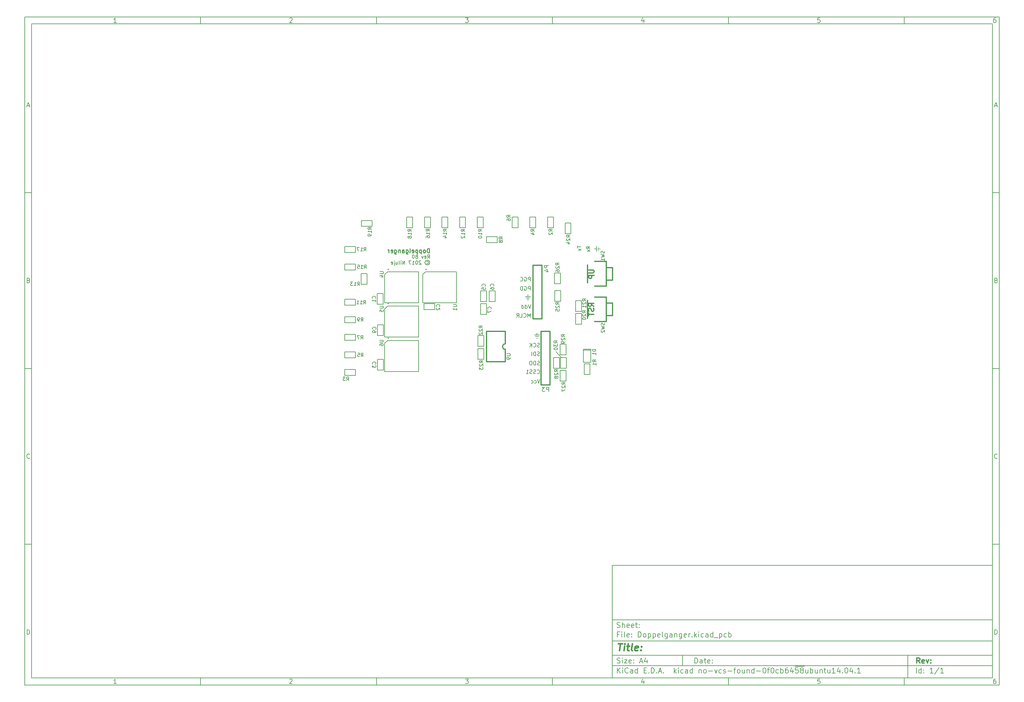
<source format=gbo>
G04 #@! TF.GenerationSoftware,KiCad,Pcbnew,no-vcs-found-0f0cb64~58~ubuntu14.04.1*
G04 #@! TF.CreationDate,2017-03-27T23:46:48+02:00*
G04 #@! TF.ProjectId,Doppelganger,446F7070656C67616E6765722E6B6963,rev?*
G04 #@! TF.FileFunction,Legend,Bot*
G04 #@! TF.FilePolarity,Positive*
%FSLAX46Y46*%
G04 Gerber Fmt 4.6, Leading zero omitted, Abs format (unit mm)*
G04 Created by KiCad (PCBNEW no-vcs-found-0f0cb64~58~ubuntu14.04.1) date Mon Mar 27 23:46:48 2017*
%MOMM*%
%LPD*%
G01*
G04 APERTURE LIST*
%ADD10C,0.100000*%
%ADD11C,0.150000*%
%ADD12C,0.300000*%
%ADD13C,0.400000*%
%ADD14C,0.200000*%
%ADD15C,0.250000*%
%ADD16C,0.203200*%
G04 APERTURE END LIST*
D10*
D11*
X177002200Y-166007200D02*
X177002200Y-198007200D01*
X285002200Y-198007200D01*
X285002200Y-166007200D01*
X177002200Y-166007200D01*
D10*
D11*
X10000000Y-10000000D02*
X10000000Y-200007200D01*
X287002200Y-200007200D01*
X287002200Y-10000000D01*
X10000000Y-10000000D01*
D10*
D11*
X12000000Y-12000000D02*
X12000000Y-198007200D01*
X285002200Y-198007200D01*
X285002200Y-12000000D01*
X12000000Y-12000000D01*
D10*
D11*
X60000000Y-12000000D02*
X60000000Y-10000000D01*
D10*
D11*
X110000000Y-12000000D02*
X110000000Y-10000000D01*
D10*
D11*
X160000000Y-12000000D02*
X160000000Y-10000000D01*
D10*
D11*
X210000000Y-12000000D02*
X210000000Y-10000000D01*
D10*
D11*
X260000000Y-12000000D02*
X260000000Y-10000000D01*
D10*
D11*
X36065476Y-11588095D02*
X35322619Y-11588095D01*
X35694047Y-11588095D02*
X35694047Y-10288095D01*
X35570238Y-10473809D01*
X35446428Y-10597619D01*
X35322619Y-10659523D01*
D10*
D11*
X85322619Y-10411904D02*
X85384523Y-10350000D01*
X85508333Y-10288095D01*
X85817857Y-10288095D01*
X85941666Y-10350000D01*
X86003571Y-10411904D01*
X86065476Y-10535714D01*
X86065476Y-10659523D01*
X86003571Y-10845238D01*
X85260714Y-11588095D01*
X86065476Y-11588095D01*
D10*
D11*
X135260714Y-10288095D02*
X136065476Y-10288095D01*
X135632142Y-10783333D01*
X135817857Y-10783333D01*
X135941666Y-10845238D01*
X136003571Y-10907142D01*
X136065476Y-11030952D01*
X136065476Y-11340476D01*
X136003571Y-11464285D01*
X135941666Y-11526190D01*
X135817857Y-11588095D01*
X135446428Y-11588095D01*
X135322619Y-11526190D01*
X135260714Y-11464285D01*
D10*
D11*
X185941666Y-10721428D02*
X185941666Y-11588095D01*
X185632142Y-10226190D02*
X185322619Y-11154761D01*
X186127380Y-11154761D01*
D10*
D11*
X236003571Y-10288095D02*
X235384523Y-10288095D01*
X235322619Y-10907142D01*
X235384523Y-10845238D01*
X235508333Y-10783333D01*
X235817857Y-10783333D01*
X235941666Y-10845238D01*
X236003571Y-10907142D01*
X236065476Y-11030952D01*
X236065476Y-11340476D01*
X236003571Y-11464285D01*
X235941666Y-11526190D01*
X235817857Y-11588095D01*
X235508333Y-11588095D01*
X235384523Y-11526190D01*
X235322619Y-11464285D01*
D10*
D11*
X285941666Y-10288095D02*
X285694047Y-10288095D01*
X285570238Y-10350000D01*
X285508333Y-10411904D01*
X285384523Y-10597619D01*
X285322619Y-10845238D01*
X285322619Y-11340476D01*
X285384523Y-11464285D01*
X285446428Y-11526190D01*
X285570238Y-11588095D01*
X285817857Y-11588095D01*
X285941666Y-11526190D01*
X286003571Y-11464285D01*
X286065476Y-11340476D01*
X286065476Y-11030952D01*
X286003571Y-10907142D01*
X285941666Y-10845238D01*
X285817857Y-10783333D01*
X285570238Y-10783333D01*
X285446428Y-10845238D01*
X285384523Y-10907142D01*
X285322619Y-11030952D01*
D10*
D11*
X60000000Y-198007200D02*
X60000000Y-200007200D01*
D10*
D11*
X110000000Y-198007200D02*
X110000000Y-200007200D01*
D10*
D11*
X160000000Y-198007200D02*
X160000000Y-200007200D01*
D10*
D11*
X210000000Y-198007200D02*
X210000000Y-200007200D01*
D10*
D11*
X260000000Y-198007200D02*
X260000000Y-200007200D01*
D10*
D11*
X36065476Y-199595295D02*
X35322619Y-199595295D01*
X35694047Y-199595295D02*
X35694047Y-198295295D01*
X35570238Y-198481009D01*
X35446428Y-198604819D01*
X35322619Y-198666723D01*
D10*
D11*
X85322619Y-198419104D02*
X85384523Y-198357200D01*
X85508333Y-198295295D01*
X85817857Y-198295295D01*
X85941666Y-198357200D01*
X86003571Y-198419104D01*
X86065476Y-198542914D01*
X86065476Y-198666723D01*
X86003571Y-198852438D01*
X85260714Y-199595295D01*
X86065476Y-199595295D01*
D10*
D11*
X135260714Y-198295295D02*
X136065476Y-198295295D01*
X135632142Y-198790533D01*
X135817857Y-198790533D01*
X135941666Y-198852438D01*
X136003571Y-198914342D01*
X136065476Y-199038152D01*
X136065476Y-199347676D01*
X136003571Y-199471485D01*
X135941666Y-199533390D01*
X135817857Y-199595295D01*
X135446428Y-199595295D01*
X135322619Y-199533390D01*
X135260714Y-199471485D01*
D10*
D11*
X185941666Y-198728628D02*
X185941666Y-199595295D01*
X185632142Y-198233390D02*
X185322619Y-199161961D01*
X186127380Y-199161961D01*
D10*
D11*
X236003571Y-198295295D02*
X235384523Y-198295295D01*
X235322619Y-198914342D01*
X235384523Y-198852438D01*
X235508333Y-198790533D01*
X235817857Y-198790533D01*
X235941666Y-198852438D01*
X236003571Y-198914342D01*
X236065476Y-199038152D01*
X236065476Y-199347676D01*
X236003571Y-199471485D01*
X235941666Y-199533390D01*
X235817857Y-199595295D01*
X235508333Y-199595295D01*
X235384523Y-199533390D01*
X235322619Y-199471485D01*
D10*
D11*
X285941666Y-198295295D02*
X285694047Y-198295295D01*
X285570238Y-198357200D01*
X285508333Y-198419104D01*
X285384523Y-198604819D01*
X285322619Y-198852438D01*
X285322619Y-199347676D01*
X285384523Y-199471485D01*
X285446428Y-199533390D01*
X285570238Y-199595295D01*
X285817857Y-199595295D01*
X285941666Y-199533390D01*
X286003571Y-199471485D01*
X286065476Y-199347676D01*
X286065476Y-199038152D01*
X286003571Y-198914342D01*
X285941666Y-198852438D01*
X285817857Y-198790533D01*
X285570238Y-198790533D01*
X285446428Y-198852438D01*
X285384523Y-198914342D01*
X285322619Y-199038152D01*
D10*
D11*
X10000000Y-60000000D02*
X12000000Y-60000000D01*
D10*
D11*
X10000000Y-110000000D02*
X12000000Y-110000000D01*
D10*
D11*
X10000000Y-160000000D02*
X12000000Y-160000000D01*
D10*
D11*
X10690476Y-35216666D02*
X11309523Y-35216666D01*
X10566666Y-35588095D02*
X11000000Y-34288095D01*
X11433333Y-35588095D01*
D10*
D11*
X11092857Y-84907142D02*
X11278571Y-84969047D01*
X11340476Y-85030952D01*
X11402380Y-85154761D01*
X11402380Y-85340476D01*
X11340476Y-85464285D01*
X11278571Y-85526190D01*
X11154761Y-85588095D01*
X10659523Y-85588095D01*
X10659523Y-84288095D01*
X11092857Y-84288095D01*
X11216666Y-84350000D01*
X11278571Y-84411904D01*
X11340476Y-84535714D01*
X11340476Y-84659523D01*
X11278571Y-84783333D01*
X11216666Y-84845238D01*
X11092857Y-84907142D01*
X10659523Y-84907142D01*
D10*
D11*
X11402380Y-135464285D02*
X11340476Y-135526190D01*
X11154761Y-135588095D01*
X11030952Y-135588095D01*
X10845238Y-135526190D01*
X10721428Y-135402380D01*
X10659523Y-135278571D01*
X10597619Y-135030952D01*
X10597619Y-134845238D01*
X10659523Y-134597619D01*
X10721428Y-134473809D01*
X10845238Y-134350000D01*
X11030952Y-134288095D01*
X11154761Y-134288095D01*
X11340476Y-134350000D01*
X11402380Y-134411904D01*
D10*
D11*
X10659523Y-185588095D02*
X10659523Y-184288095D01*
X10969047Y-184288095D01*
X11154761Y-184350000D01*
X11278571Y-184473809D01*
X11340476Y-184597619D01*
X11402380Y-184845238D01*
X11402380Y-185030952D01*
X11340476Y-185278571D01*
X11278571Y-185402380D01*
X11154761Y-185526190D01*
X10969047Y-185588095D01*
X10659523Y-185588095D01*
D10*
D11*
X287002200Y-60000000D02*
X285002200Y-60000000D01*
D10*
D11*
X287002200Y-110000000D02*
X285002200Y-110000000D01*
D10*
D11*
X287002200Y-160000000D02*
X285002200Y-160000000D01*
D10*
D11*
X285692676Y-35216666D02*
X286311723Y-35216666D01*
X285568866Y-35588095D02*
X286002200Y-34288095D01*
X286435533Y-35588095D01*
D10*
D11*
X286095057Y-84907142D02*
X286280771Y-84969047D01*
X286342676Y-85030952D01*
X286404580Y-85154761D01*
X286404580Y-85340476D01*
X286342676Y-85464285D01*
X286280771Y-85526190D01*
X286156961Y-85588095D01*
X285661723Y-85588095D01*
X285661723Y-84288095D01*
X286095057Y-84288095D01*
X286218866Y-84350000D01*
X286280771Y-84411904D01*
X286342676Y-84535714D01*
X286342676Y-84659523D01*
X286280771Y-84783333D01*
X286218866Y-84845238D01*
X286095057Y-84907142D01*
X285661723Y-84907142D01*
D10*
D11*
X286404580Y-135464285D02*
X286342676Y-135526190D01*
X286156961Y-135588095D01*
X286033152Y-135588095D01*
X285847438Y-135526190D01*
X285723628Y-135402380D01*
X285661723Y-135278571D01*
X285599819Y-135030952D01*
X285599819Y-134845238D01*
X285661723Y-134597619D01*
X285723628Y-134473809D01*
X285847438Y-134350000D01*
X286033152Y-134288095D01*
X286156961Y-134288095D01*
X286342676Y-134350000D01*
X286404580Y-134411904D01*
D10*
D11*
X285661723Y-185588095D02*
X285661723Y-184288095D01*
X285971247Y-184288095D01*
X286156961Y-184350000D01*
X286280771Y-184473809D01*
X286342676Y-184597619D01*
X286404580Y-184845238D01*
X286404580Y-185030952D01*
X286342676Y-185278571D01*
X286280771Y-185402380D01*
X286156961Y-185526190D01*
X285971247Y-185588095D01*
X285661723Y-185588095D01*
D10*
D11*
X200434342Y-193785771D02*
X200434342Y-192285771D01*
X200791485Y-192285771D01*
X201005771Y-192357200D01*
X201148628Y-192500057D01*
X201220057Y-192642914D01*
X201291485Y-192928628D01*
X201291485Y-193142914D01*
X201220057Y-193428628D01*
X201148628Y-193571485D01*
X201005771Y-193714342D01*
X200791485Y-193785771D01*
X200434342Y-193785771D01*
X202577200Y-193785771D02*
X202577200Y-193000057D01*
X202505771Y-192857200D01*
X202362914Y-192785771D01*
X202077200Y-192785771D01*
X201934342Y-192857200D01*
X202577200Y-193714342D02*
X202434342Y-193785771D01*
X202077200Y-193785771D01*
X201934342Y-193714342D01*
X201862914Y-193571485D01*
X201862914Y-193428628D01*
X201934342Y-193285771D01*
X202077200Y-193214342D01*
X202434342Y-193214342D01*
X202577200Y-193142914D01*
X203077200Y-192785771D02*
X203648628Y-192785771D01*
X203291485Y-192285771D02*
X203291485Y-193571485D01*
X203362914Y-193714342D01*
X203505771Y-193785771D01*
X203648628Y-193785771D01*
X204720057Y-193714342D02*
X204577200Y-193785771D01*
X204291485Y-193785771D01*
X204148628Y-193714342D01*
X204077200Y-193571485D01*
X204077200Y-193000057D01*
X204148628Y-192857200D01*
X204291485Y-192785771D01*
X204577200Y-192785771D01*
X204720057Y-192857200D01*
X204791485Y-193000057D01*
X204791485Y-193142914D01*
X204077200Y-193285771D01*
X205434342Y-193642914D02*
X205505771Y-193714342D01*
X205434342Y-193785771D01*
X205362914Y-193714342D01*
X205434342Y-193642914D01*
X205434342Y-193785771D01*
X205434342Y-192857200D02*
X205505771Y-192928628D01*
X205434342Y-193000057D01*
X205362914Y-192928628D01*
X205434342Y-192857200D01*
X205434342Y-193000057D01*
D10*
D11*
X177002200Y-194507200D02*
X285002200Y-194507200D01*
D10*
D11*
X178434342Y-196585771D02*
X178434342Y-195085771D01*
X179291485Y-196585771D02*
X178648628Y-195728628D01*
X179291485Y-195085771D02*
X178434342Y-195942914D01*
X179934342Y-196585771D02*
X179934342Y-195585771D01*
X179934342Y-195085771D02*
X179862914Y-195157200D01*
X179934342Y-195228628D01*
X180005771Y-195157200D01*
X179934342Y-195085771D01*
X179934342Y-195228628D01*
X181505771Y-196442914D02*
X181434342Y-196514342D01*
X181220057Y-196585771D01*
X181077200Y-196585771D01*
X180862914Y-196514342D01*
X180720057Y-196371485D01*
X180648628Y-196228628D01*
X180577200Y-195942914D01*
X180577200Y-195728628D01*
X180648628Y-195442914D01*
X180720057Y-195300057D01*
X180862914Y-195157200D01*
X181077200Y-195085771D01*
X181220057Y-195085771D01*
X181434342Y-195157200D01*
X181505771Y-195228628D01*
X182791485Y-196585771D02*
X182791485Y-195800057D01*
X182720057Y-195657200D01*
X182577200Y-195585771D01*
X182291485Y-195585771D01*
X182148628Y-195657200D01*
X182791485Y-196514342D02*
X182648628Y-196585771D01*
X182291485Y-196585771D01*
X182148628Y-196514342D01*
X182077200Y-196371485D01*
X182077200Y-196228628D01*
X182148628Y-196085771D01*
X182291485Y-196014342D01*
X182648628Y-196014342D01*
X182791485Y-195942914D01*
X184148628Y-196585771D02*
X184148628Y-195085771D01*
X184148628Y-196514342D02*
X184005771Y-196585771D01*
X183720057Y-196585771D01*
X183577200Y-196514342D01*
X183505771Y-196442914D01*
X183434342Y-196300057D01*
X183434342Y-195871485D01*
X183505771Y-195728628D01*
X183577200Y-195657200D01*
X183720057Y-195585771D01*
X184005771Y-195585771D01*
X184148628Y-195657200D01*
X186005771Y-195800057D02*
X186505771Y-195800057D01*
X186720057Y-196585771D02*
X186005771Y-196585771D01*
X186005771Y-195085771D01*
X186720057Y-195085771D01*
X187362914Y-196442914D02*
X187434342Y-196514342D01*
X187362914Y-196585771D01*
X187291485Y-196514342D01*
X187362914Y-196442914D01*
X187362914Y-196585771D01*
X188077200Y-196585771D02*
X188077200Y-195085771D01*
X188434342Y-195085771D01*
X188648628Y-195157200D01*
X188791485Y-195300057D01*
X188862914Y-195442914D01*
X188934342Y-195728628D01*
X188934342Y-195942914D01*
X188862914Y-196228628D01*
X188791485Y-196371485D01*
X188648628Y-196514342D01*
X188434342Y-196585771D01*
X188077200Y-196585771D01*
X189577200Y-196442914D02*
X189648628Y-196514342D01*
X189577200Y-196585771D01*
X189505771Y-196514342D01*
X189577200Y-196442914D01*
X189577200Y-196585771D01*
X190220057Y-196157200D02*
X190934342Y-196157200D01*
X190077200Y-196585771D02*
X190577200Y-195085771D01*
X191077200Y-196585771D01*
X191577200Y-196442914D02*
X191648628Y-196514342D01*
X191577200Y-196585771D01*
X191505771Y-196514342D01*
X191577200Y-196442914D01*
X191577200Y-196585771D01*
X194577200Y-196585771D02*
X194577200Y-195085771D01*
X194720057Y-196014342D02*
X195148628Y-196585771D01*
X195148628Y-195585771D02*
X194577200Y-196157200D01*
X195791485Y-196585771D02*
X195791485Y-195585771D01*
X195791485Y-195085771D02*
X195720057Y-195157200D01*
X195791485Y-195228628D01*
X195862914Y-195157200D01*
X195791485Y-195085771D01*
X195791485Y-195228628D01*
X197148628Y-196514342D02*
X197005771Y-196585771D01*
X196720057Y-196585771D01*
X196577200Y-196514342D01*
X196505771Y-196442914D01*
X196434342Y-196300057D01*
X196434342Y-195871485D01*
X196505771Y-195728628D01*
X196577200Y-195657200D01*
X196720057Y-195585771D01*
X197005771Y-195585771D01*
X197148628Y-195657200D01*
X198434342Y-196585771D02*
X198434342Y-195800057D01*
X198362914Y-195657200D01*
X198220057Y-195585771D01*
X197934342Y-195585771D01*
X197791485Y-195657200D01*
X198434342Y-196514342D02*
X198291485Y-196585771D01*
X197934342Y-196585771D01*
X197791485Y-196514342D01*
X197720057Y-196371485D01*
X197720057Y-196228628D01*
X197791485Y-196085771D01*
X197934342Y-196014342D01*
X198291485Y-196014342D01*
X198434342Y-195942914D01*
X199791485Y-196585771D02*
X199791485Y-195085771D01*
X199791485Y-196514342D02*
X199648628Y-196585771D01*
X199362914Y-196585771D01*
X199220057Y-196514342D01*
X199148628Y-196442914D01*
X199077200Y-196300057D01*
X199077200Y-195871485D01*
X199148628Y-195728628D01*
X199220057Y-195657200D01*
X199362914Y-195585771D01*
X199648628Y-195585771D01*
X199791485Y-195657200D01*
X201648628Y-195585771D02*
X201648628Y-196585771D01*
X201648628Y-195728628D02*
X201720057Y-195657200D01*
X201862914Y-195585771D01*
X202077200Y-195585771D01*
X202220057Y-195657200D01*
X202291485Y-195800057D01*
X202291485Y-196585771D01*
X203220057Y-196585771D02*
X203077200Y-196514342D01*
X203005771Y-196442914D01*
X202934342Y-196300057D01*
X202934342Y-195871485D01*
X203005771Y-195728628D01*
X203077200Y-195657200D01*
X203220057Y-195585771D01*
X203434342Y-195585771D01*
X203577200Y-195657200D01*
X203648628Y-195728628D01*
X203720057Y-195871485D01*
X203720057Y-196300057D01*
X203648628Y-196442914D01*
X203577200Y-196514342D01*
X203434342Y-196585771D01*
X203220057Y-196585771D01*
X204362914Y-196014342D02*
X205505771Y-196014342D01*
X206077200Y-195585771D02*
X206434342Y-196585771D01*
X206791485Y-195585771D01*
X208005771Y-196514342D02*
X207862914Y-196585771D01*
X207577200Y-196585771D01*
X207434342Y-196514342D01*
X207362914Y-196442914D01*
X207291485Y-196300057D01*
X207291485Y-195871485D01*
X207362914Y-195728628D01*
X207434342Y-195657200D01*
X207577200Y-195585771D01*
X207862914Y-195585771D01*
X208005771Y-195657200D01*
X208577200Y-196514342D02*
X208720057Y-196585771D01*
X209005771Y-196585771D01*
X209148628Y-196514342D01*
X209220057Y-196371485D01*
X209220057Y-196300057D01*
X209148628Y-196157200D01*
X209005771Y-196085771D01*
X208791485Y-196085771D01*
X208648628Y-196014342D01*
X208577200Y-195871485D01*
X208577200Y-195800057D01*
X208648628Y-195657200D01*
X208791485Y-195585771D01*
X209005771Y-195585771D01*
X209148628Y-195657200D01*
X209862914Y-196014342D02*
X211005771Y-196014342D01*
X211505771Y-195585771D02*
X212077200Y-195585771D01*
X211720057Y-196585771D02*
X211720057Y-195300057D01*
X211791485Y-195157200D01*
X211934342Y-195085771D01*
X212077200Y-195085771D01*
X212791485Y-196585771D02*
X212648628Y-196514342D01*
X212577200Y-196442914D01*
X212505771Y-196300057D01*
X212505771Y-195871485D01*
X212577200Y-195728628D01*
X212648628Y-195657200D01*
X212791485Y-195585771D01*
X213005771Y-195585771D01*
X213148628Y-195657200D01*
X213220057Y-195728628D01*
X213291485Y-195871485D01*
X213291485Y-196300057D01*
X213220057Y-196442914D01*
X213148628Y-196514342D01*
X213005771Y-196585771D01*
X212791485Y-196585771D01*
X214577200Y-195585771D02*
X214577200Y-196585771D01*
X213934342Y-195585771D02*
X213934342Y-196371485D01*
X214005771Y-196514342D01*
X214148628Y-196585771D01*
X214362914Y-196585771D01*
X214505771Y-196514342D01*
X214577200Y-196442914D01*
X215291485Y-195585771D02*
X215291485Y-196585771D01*
X215291485Y-195728628D02*
X215362914Y-195657200D01*
X215505771Y-195585771D01*
X215720057Y-195585771D01*
X215862914Y-195657200D01*
X215934342Y-195800057D01*
X215934342Y-196585771D01*
X217291485Y-196585771D02*
X217291485Y-195085771D01*
X217291485Y-196514342D02*
X217148628Y-196585771D01*
X216862914Y-196585771D01*
X216720057Y-196514342D01*
X216648628Y-196442914D01*
X216577200Y-196300057D01*
X216577200Y-195871485D01*
X216648628Y-195728628D01*
X216720057Y-195657200D01*
X216862914Y-195585771D01*
X217148628Y-195585771D01*
X217291485Y-195657200D01*
X218005771Y-196014342D02*
X219148628Y-196014342D01*
X220148628Y-195085771D02*
X220291485Y-195085771D01*
X220434342Y-195157200D01*
X220505771Y-195228628D01*
X220577200Y-195371485D01*
X220648628Y-195657200D01*
X220648628Y-196014342D01*
X220577200Y-196300057D01*
X220505771Y-196442914D01*
X220434342Y-196514342D01*
X220291485Y-196585771D01*
X220148628Y-196585771D01*
X220005771Y-196514342D01*
X219934342Y-196442914D01*
X219862914Y-196300057D01*
X219791485Y-196014342D01*
X219791485Y-195657200D01*
X219862914Y-195371485D01*
X219934342Y-195228628D01*
X220005771Y-195157200D01*
X220148628Y-195085771D01*
X221077200Y-195585771D02*
X221648628Y-195585771D01*
X221291485Y-196585771D02*
X221291485Y-195300057D01*
X221362914Y-195157200D01*
X221505771Y-195085771D01*
X221648628Y-195085771D01*
X222434342Y-195085771D02*
X222577200Y-195085771D01*
X222720057Y-195157200D01*
X222791485Y-195228628D01*
X222862914Y-195371485D01*
X222934342Y-195657200D01*
X222934342Y-196014342D01*
X222862914Y-196300057D01*
X222791485Y-196442914D01*
X222720057Y-196514342D01*
X222577200Y-196585771D01*
X222434342Y-196585771D01*
X222291485Y-196514342D01*
X222220057Y-196442914D01*
X222148628Y-196300057D01*
X222077200Y-196014342D01*
X222077200Y-195657200D01*
X222148628Y-195371485D01*
X222220057Y-195228628D01*
X222291485Y-195157200D01*
X222434342Y-195085771D01*
X224220057Y-196514342D02*
X224077200Y-196585771D01*
X223791485Y-196585771D01*
X223648628Y-196514342D01*
X223577200Y-196442914D01*
X223505771Y-196300057D01*
X223505771Y-195871485D01*
X223577200Y-195728628D01*
X223648628Y-195657200D01*
X223791485Y-195585771D01*
X224077200Y-195585771D01*
X224220057Y-195657200D01*
X224862914Y-196585771D02*
X224862914Y-195085771D01*
X224862914Y-195657200D02*
X225005771Y-195585771D01*
X225291485Y-195585771D01*
X225434342Y-195657200D01*
X225505771Y-195728628D01*
X225577200Y-195871485D01*
X225577200Y-196300057D01*
X225505771Y-196442914D01*
X225434342Y-196514342D01*
X225291485Y-196585771D01*
X225005771Y-196585771D01*
X224862914Y-196514342D01*
X226862914Y-195085771D02*
X226577200Y-195085771D01*
X226434342Y-195157200D01*
X226362914Y-195228628D01*
X226220057Y-195442914D01*
X226148628Y-195728628D01*
X226148628Y-196300057D01*
X226220057Y-196442914D01*
X226291485Y-196514342D01*
X226434342Y-196585771D01*
X226720057Y-196585771D01*
X226862914Y-196514342D01*
X226934342Y-196442914D01*
X227005771Y-196300057D01*
X227005771Y-195942914D01*
X226934342Y-195800057D01*
X226862914Y-195728628D01*
X226720057Y-195657200D01*
X226434342Y-195657200D01*
X226291485Y-195728628D01*
X226220057Y-195800057D01*
X226148628Y-195942914D01*
X228291485Y-195585771D02*
X228291485Y-196585771D01*
X227934342Y-195014342D02*
X227577200Y-196085771D01*
X228505771Y-196085771D01*
X228967557Y-194677200D02*
X230148628Y-194677200D01*
X229791485Y-195085771D02*
X229077200Y-195085771D01*
X229005771Y-195800057D01*
X229077200Y-195728628D01*
X229220057Y-195657200D01*
X229577200Y-195657200D01*
X229720057Y-195728628D01*
X229791485Y-195800057D01*
X229862914Y-195942914D01*
X229862914Y-196300057D01*
X229791485Y-196442914D01*
X229720057Y-196514342D01*
X229577200Y-196585771D01*
X229220057Y-196585771D01*
X229077200Y-196514342D01*
X229005771Y-196442914D01*
X230148628Y-194677200D02*
X231577200Y-194677200D01*
X230720057Y-195728628D02*
X230577200Y-195657200D01*
X230505771Y-195585771D01*
X230434342Y-195442914D01*
X230434342Y-195371485D01*
X230505771Y-195228628D01*
X230577200Y-195157200D01*
X230720057Y-195085771D01*
X231005771Y-195085771D01*
X231148628Y-195157200D01*
X231220057Y-195228628D01*
X231291485Y-195371485D01*
X231291485Y-195442914D01*
X231220057Y-195585771D01*
X231148628Y-195657200D01*
X231005771Y-195728628D01*
X230720057Y-195728628D01*
X230577200Y-195800057D01*
X230505771Y-195871485D01*
X230434342Y-196014342D01*
X230434342Y-196300057D01*
X230505771Y-196442914D01*
X230577200Y-196514342D01*
X230720057Y-196585771D01*
X231005771Y-196585771D01*
X231148628Y-196514342D01*
X231220057Y-196442914D01*
X231291485Y-196300057D01*
X231291485Y-196014342D01*
X231220057Y-195871485D01*
X231148628Y-195800057D01*
X231005771Y-195728628D01*
X232577200Y-195585771D02*
X232577200Y-196585771D01*
X231934342Y-195585771D02*
X231934342Y-196371485D01*
X232005771Y-196514342D01*
X232148628Y-196585771D01*
X232362914Y-196585771D01*
X232505771Y-196514342D01*
X232577200Y-196442914D01*
X233291485Y-196585771D02*
X233291485Y-195085771D01*
X233291485Y-195657200D02*
X233434342Y-195585771D01*
X233720057Y-195585771D01*
X233862914Y-195657200D01*
X233934342Y-195728628D01*
X234005771Y-195871485D01*
X234005771Y-196300057D01*
X233934342Y-196442914D01*
X233862914Y-196514342D01*
X233720057Y-196585771D01*
X233434342Y-196585771D01*
X233291485Y-196514342D01*
X235291485Y-195585771D02*
X235291485Y-196585771D01*
X234648628Y-195585771D02*
X234648628Y-196371485D01*
X234720057Y-196514342D01*
X234862914Y-196585771D01*
X235077200Y-196585771D01*
X235220057Y-196514342D01*
X235291485Y-196442914D01*
X236005771Y-195585771D02*
X236005771Y-196585771D01*
X236005771Y-195728628D02*
X236077200Y-195657200D01*
X236220057Y-195585771D01*
X236434342Y-195585771D01*
X236577200Y-195657200D01*
X236648628Y-195800057D01*
X236648628Y-196585771D01*
X237148628Y-195585771D02*
X237720057Y-195585771D01*
X237362914Y-195085771D02*
X237362914Y-196371485D01*
X237434342Y-196514342D01*
X237577200Y-196585771D01*
X237720057Y-196585771D01*
X238862914Y-195585771D02*
X238862914Y-196585771D01*
X238220057Y-195585771D02*
X238220057Y-196371485D01*
X238291485Y-196514342D01*
X238434342Y-196585771D01*
X238648628Y-196585771D01*
X238791485Y-196514342D01*
X238862914Y-196442914D01*
X240362914Y-196585771D02*
X239505771Y-196585771D01*
X239934342Y-196585771D02*
X239934342Y-195085771D01*
X239791485Y-195300057D01*
X239648628Y-195442914D01*
X239505771Y-195514342D01*
X241648628Y-195585771D02*
X241648628Y-196585771D01*
X241291485Y-195014342D02*
X240934342Y-196085771D01*
X241862914Y-196085771D01*
X242434342Y-196442914D02*
X242505771Y-196514342D01*
X242434342Y-196585771D01*
X242362914Y-196514342D01*
X242434342Y-196442914D01*
X242434342Y-196585771D01*
X243434342Y-195085771D02*
X243577200Y-195085771D01*
X243720057Y-195157200D01*
X243791485Y-195228628D01*
X243862914Y-195371485D01*
X243934342Y-195657200D01*
X243934342Y-196014342D01*
X243862914Y-196300057D01*
X243791485Y-196442914D01*
X243720057Y-196514342D01*
X243577200Y-196585771D01*
X243434342Y-196585771D01*
X243291485Y-196514342D01*
X243220057Y-196442914D01*
X243148628Y-196300057D01*
X243077200Y-196014342D01*
X243077200Y-195657200D01*
X243148628Y-195371485D01*
X243220057Y-195228628D01*
X243291485Y-195157200D01*
X243434342Y-195085771D01*
X245220057Y-195585771D02*
X245220057Y-196585771D01*
X244862914Y-195014342D02*
X244505771Y-196085771D01*
X245434342Y-196085771D01*
X246005771Y-196442914D02*
X246077200Y-196514342D01*
X246005771Y-196585771D01*
X245934342Y-196514342D01*
X246005771Y-196442914D01*
X246005771Y-196585771D01*
X247505771Y-196585771D02*
X246648628Y-196585771D01*
X247077200Y-196585771D02*
X247077200Y-195085771D01*
X246934342Y-195300057D01*
X246791485Y-195442914D01*
X246648628Y-195514342D01*
D10*
D11*
X177002200Y-191507200D02*
X285002200Y-191507200D01*
D10*
D12*
X264411485Y-193785771D02*
X263911485Y-193071485D01*
X263554342Y-193785771D02*
X263554342Y-192285771D01*
X264125771Y-192285771D01*
X264268628Y-192357200D01*
X264340057Y-192428628D01*
X264411485Y-192571485D01*
X264411485Y-192785771D01*
X264340057Y-192928628D01*
X264268628Y-193000057D01*
X264125771Y-193071485D01*
X263554342Y-193071485D01*
X265625771Y-193714342D02*
X265482914Y-193785771D01*
X265197200Y-193785771D01*
X265054342Y-193714342D01*
X264982914Y-193571485D01*
X264982914Y-193000057D01*
X265054342Y-192857200D01*
X265197200Y-192785771D01*
X265482914Y-192785771D01*
X265625771Y-192857200D01*
X265697200Y-193000057D01*
X265697200Y-193142914D01*
X264982914Y-193285771D01*
X266197200Y-192785771D02*
X266554342Y-193785771D01*
X266911485Y-192785771D01*
X267482914Y-193642914D02*
X267554342Y-193714342D01*
X267482914Y-193785771D01*
X267411485Y-193714342D01*
X267482914Y-193642914D01*
X267482914Y-193785771D01*
X267482914Y-192857200D02*
X267554342Y-192928628D01*
X267482914Y-193000057D01*
X267411485Y-192928628D01*
X267482914Y-192857200D01*
X267482914Y-193000057D01*
D10*
D11*
X178362914Y-193714342D02*
X178577200Y-193785771D01*
X178934342Y-193785771D01*
X179077200Y-193714342D01*
X179148628Y-193642914D01*
X179220057Y-193500057D01*
X179220057Y-193357200D01*
X179148628Y-193214342D01*
X179077200Y-193142914D01*
X178934342Y-193071485D01*
X178648628Y-193000057D01*
X178505771Y-192928628D01*
X178434342Y-192857200D01*
X178362914Y-192714342D01*
X178362914Y-192571485D01*
X178434342Y-192428628D01*
X178505771Y-192357200D01*
X178648628Y-192285771D01*
X179005771Y-192285771D01*
X179220057Y-192357200D01*
X179862914Y-193785771D02*
X179862914Y-192785771D01*
X179862914Y-192285771D02*
X179791485Y-192357200D01*
X179862914Y-192428628D01*
X179934342Y-192357200D01*
X179862914Y-192285771D01*
X179862914Y-192428628D01*
X180434342Y-192785771D02*
X181220057Y-192785771D01*
X180434342Y-193785771D01*
X181220057Y-193785771D01*
X182362914Y-193714342D02*
X182220057Y-193785771D01*
X181934342Y-193785771D01*
X181791485Y-193714342D01*
X181720057Y-193571485D01*
X181720057Y-193000057D01*
X181791485Y-192857200D01*
X181934342Y-192785771D01*
X182220057Y-192785771D01*
X182362914Y-192857200D01*
X182434342Y-193000057D01*
X182434342Y-193142914D01*
X181720057Y-193285771D01*
X183077200Y-193642914D02*
X183148628Y-193714342D01*
X183077200Y-193785771D01*
X183005771Y-193714342D01*
X183077200Y-193642914D01*
X183077200Y-193785771D01*
X183077200Y-192857200D02*
X183148628Y-192928628D01*
X183077200Y-193000057D01*
X183005771Y-192928628D01*
X183077200Y-192857200D01*
X183077200Y-193000057D01*
X184862914Y-193357200D02*
X185577200Y-193357200D01*
X184720057Y-193785771D02*
X185220057Y-192285771D01*
X185720057Y-193785771D01*
X186862914Y-192785771D02*
X186862914Y-193785771D01*
X186505771Y-192214342D02*
X186148628Y-193285771D01*
X187077200Y-193285771D01*
D10*
D11*
X263434342Y-196585771D02*
X263434342Y-195085771D01*
X264791485Y-196585771D02*
X264791485Y-195085771D01*
X264791485Y-196514342D02*
X264648628Y-196585771D01*
X264362914Y-196585771D01*
X264220057Y-196514342D01*
X264148628Y-196442914D01*
X264077200Y-196300057D01*
X264077200Y-195871485D01*
X264148628Y-195728628D01*
X264220057Y-195657200D01*
X264362914Y-195585771D01*
X264648628Y-195585771D01*
X264791485Y-195657200D01*
X265505771Y-196442914D02*
X265577200Y-196514342D01*
X265505771Y-196585771D01*
X265434342Y-196514342D01*
X265505771Y-196442914D01*
X265505771Y-196585771D01*
X265505771Y-195657200D02*
X265577200Y-195728628D01*
X265505771Y-195800057D01*
X265434342Y-195728628D01*
X265505771Y-195657200D01*
X265505771Y-195800057D01*
X268148628Y-196585771D02*
X267291485Y-196585771D01*
X267720057Y-196585771D02*
X267720057Y-195085771D01*
X267577200Y-195300057D01*
X267434342Y-195442914D01*
X267291485Y-195514342D01*
X269862914Y-195014342D02*
X268577200Y-196942914D01*
X271148628Y-196585771D02*
X270291485Y-196585771D01*
X270720057Y-196585771D02*
X270720057Y-195085771D01*
X270577200Y-195300057D01*
X270434342Y-195442914D01*
X270291485Y-195514342D01*
D10*
D11*
X177002200Y-187507200D02*
X285002200Y-187507200D01*
D10*
D13*
X178714580Y-188211961D02*
X179857438Y-188211961D01*
X179036009Y-190211961D02*
X179286009Y-188211961D01*
X180274104Y-190211961D02*
X180440771Y-188878628D01*
X180524104Y-188211961D02*
X180416961Y-188307200D01*
X180500295Y-188402438D01*
X180607438Y-188307200D01*
X180524104Y-188211961D01*
X180500295Y-188402438D01*
X181107438Y-188878628D02*
X181869342Y-188878628D01*
X181476485Y-188211961D02*
X181262200Y-189926247D01*
X181333628Y-190116723D01*
X181512200Y-190211961D01*
X181702676Y-190211961D01*
X182655057Y-190211961D02*
X182476485Y-190116723D01*
X182405057Y-189926247D01*
X182619342Y-188211961D01*
X184190771Y-190116723D02*
X183988390Y-190211961D01*
X183607438Y-190211961D01*
X183428866Y-190116723D01*
X183357438Y-189926247D01*
X183452676Y-189164342D01*
X183571723Y-188973866D01*
X183774104Y-188878628D01*
X184155057Y-188878628D01*
X184333628Y-188973866D01*
X184405057Y-189164342D01*
X184381247Y-189354819D01*
X183405057Y-189545295D01*
X185155057Y-190021485D02*
X185238390Y-190116723D01*
X185131247Y-190211961D01*
X185047914Y-190116723D01*
X185155057Y-190021485D01*
X185131247Y-190211961D01*
X185286009Y-188973866D02*
X185369342Y-189069104D01*
X185262200Y-189164342D01*
X185178866Y-189069104D01*
X185286009Y-188973866D01*
X185262200Y-189164342D01*
D10*
D11*
X178934342Y-185600057D02*
X178434342Y-185600057D01*
X178434342Y-186385771D02*
X178434342Y-184885771D01*
X179148628Y-184885771D01*
X179720057Y-186385771D02*
X179720057Y-185385771D01*
X179720057Y-184885771D02*
X179648628Y-184957200D01*
X179720057Y-185028628D01*
X179791485Y-184957200D01*
X179720057Y-184885771D01*
X179720057Y-185028628D01*
X180648628Y-186385771D02*
X180505771Y-186314342D01*
X180434342Y-186171485D01*
X180434342Y-184885771D01*
X181791485Y-186314342D02*
X181648628Y-186385771D01*
X181362914Y-186385771D01*
X181220057Y-186314342D01*
X181148628Y-186171485D01*
X181148628Y-185600057D01*
X181220057Y-185457200D01*
X181362914Y-185385771D01*
X181648628Y-185385771D01*
X181791485Y-185457200D01*
X181862914Y-185600057D01*
X181862914Y-185742914D01*
X181148628Y-185885771D01*
X182505771Y-186242914D02*
X182577200Y-186314342D01*
X182505771Y-186385771D01*
X182434342Y-186314342D01*
X182505771Y-186242914D01*
X182505771Y-186385771D01*
X182505771Y-185457200D02*
X182577200Y-185528628D01*
X182505771Y-185600057D01*
X182434342Y-185528628D01*
X182505771Y-185457200D01*
X182505771Y-185600057D01*
X184362914Y-186385771D02*
X184362914Y-184885771D01*
X184720057Y-184885771D01*
X184934342Y-184957200D01*
X185077200Y-185100057D01*
X185148628Y-185242914D01*
X185220057Y-185528628D01*
X185220057Y-185742914D01*
X185148628Y-186028628D01*
X185077200Y-186171485D01*
X184934342Y-186314342D01*
X184720057Y-186385771D01*
X184362914Y-186385771D01*
X186077200Y-186385771D02*
X185934342Y-186314342D01*
X185862914Y-186242914D01*
X185791485Y-186100057D01*
X185791485Y-185671485D01*
X185862914Y-185528628D01*
X185934342Y-185457200D01*
X186077200Y-185385771D01*
X186291485Y-185385771D01*
X186434342Y-185457200D01*
X186505771Y-185528628D01*
X186577200Y-185671485D01*
X186577200Y-186100057D01*
X186505771Y-186242914D01*
X186434342Y-186314342D01*
X186291485Y-186385771D01*
X186077200Y-186385771D01*
X187220057Y-185385771D02*
X187220057Y-186885771D01*
X187220057Y-185457200D02*
X187362914Y-185385771D01*
X187648628Y-185385771D01*
X187791485Y-185457200D01*
X187862914Y-185528628D01*
X187934342Y-185671485D01*
X187934342Y-186100057D01*
X187862914Y-186242914D01*
X187791485Y-186314342D01*
X187648628Y-186385771D01*
X187362914Y-186385771D01*
X187220057Y-186314342D01*
X188577200Y-185385771D02*
X188577200Y-186885771D01*
X188577200Y-185457200D02*
X188720057Y-185385771D01*
X189005771Y-185385771D01*
X189148628Y-185457200D01*
X189220057Y-185528628D01*
X189291485Y-185671485D01*
X189291485Y-186100057D01*
X189220057Y-186242914D01*
X189148628Y-186314342D01*
X189005771Y-186385771D01*
X188720057Y-186385771D01*
X188577200Y-186314342D01*
X190505771Y-186314342D02*
X190362914Y-186385771D01*
X190077200Y-186385771D01*
X189934342Y-186314342D01*
X189862914Y-186171485D01*
X189862914Y-185600057D01*
X189934342Y-185457200D01*
X190077200Y-185385771D01*
X190362914Y-185385771D01*
X190505771Y-185457200D01*
X190577200Y-185600057D01*
X190577200Y-185742914D01*
X189862914Y-185885771D01*
X191434342Y-186385771D02*
X191291485Y-186314342D01*
X191220057Y-186171485D01*
X191220057Y-184885771D01*
X192648628Y-185385771D02*
X192648628Y-186600057D01*
X192577200Y-186742914D01*
X192505771Y-186814342D01*
X192362914Y-186885771D01*
X192148628Y-186885771D01*
X192005771Y-186814342D01*
X192648628Y-186314342D02*
X192505771Y-186385771D01*
X192220057Y-186385771D01*
X192077200Y-186314342D01*
X192005771Y-186242914D01*
X191934342Y-186100057D01*
X191934342Y-185671485D01*
X192005771Y-185528628D01*
X192077200Y-185457200D01*
X192220057Y-185385771D01*
X192505771Y-185385771D01*
X192648628Y-185457200D01*
X194005771Y-186385771D02*
X194005771Y-185600057D01*
X193934342Y-185457200D01*
X193791485Y-185385771D01*
X193505771Y-185385771D01*
X193362914Y-185457200D01*
X194005771Y-186314342D02*
X193862914Y-186385771D01*
X193505771Y-186385771D01*
X193362914Y-186314342D01*
X193291485Y-186171485D01*
X193291485Y-186028628D01*
X193362914Y-185885771D01*
X193505771Y-185814342D01*
X193862914Y-185814342D01*
X194005771Y-185742914D01*
X194720057Y-185385771D02*
X194720057Y-186385771D01*
X194720057Y-185528628D02*
X194791485Y-185457200D01*
X194934342Y-185385771D01*
X195148628Y-185385771D01*
X195291485Y-185457200D01*
X195362914Y-185600057D01*
X195362914Y-186385771D01*
X196720057Y-185385771D02*
X196720057Y-186600057D01*
X196648628Y-186742914D01*
X196577200Y-186814342D01*
X196434342Y-186885771D01*
X196220057Y-186885771D01*
X196077200Y-186814342D01*
X196720057Y-186314342D02*
X196577200Y-186385771D01*
X196291485Y-186385771D01*
X196148628Y-186314342D01*
X196077200Y-186242914D01*
X196005771Y-186100057D01*
X196005771Y-185671485D01*
X196077200Y-185528628D01*
X196148628Y-185457200D01*
X196291485Y-185385771D01*
X196577200Y-185385771D01*
X196720057Y-185457200D01*
X198005771Y-186314342D02*
X197862914Y-186385771D01*
X197577200Y-186385771D01*
X197434342Y-186314342D01*
X197362914Y-186171485D01*
X197362914Y-185600057D01*
X197434342Y-185457200D01*
X197577200Y-185385771D01*
X197862914Y-185385771D01*
X198005771Y-185457200D01*
X198077200Y-185600057D01*
X198077200Y-185742914D01*
X197362914Y-185885771D01*
X198720057Y-186385771D02*
X198720057Y-185385771D01*
X198720057Y-185671485D02*
X198791485Y-185528628D01*
X198862914Y-185457200D01*
X199005771Y-185385771D01*
X199148628Y-185385771D01*
X199648628Y-186242914D02*
X199720057Y-186314342D01*
X199648628Y-186385771D01*
X199577200Y-186314342D01*
X199648628Y-186242914D01*
X199648628Y-186385771D01*
X200362914Y-186385771D02*
X200362914Y-184885771D01*
X200505771Y-185814342D02*
X200934342Y-186385771D01*
X200934342Y-185385771D02*
X200362914Y-185957200D01*
X201577200Y-186385771D02*
X201577200Y-185385771D01*
X201577200Y-184885771D02*
X201505771Y-184957200D01*
X201577200Y-185028628D01*
X201648628Y-184957200D01*
X201577200Y-184885771D01*
X201577200Y-185028628D01*
X202934342Y-186314342D02*
X202791485Y-186385771D01*
X202505771Y-186385771D01*
X202362914Y-186314342D01*
X202291485Y-186242914D01*
X202220057Y-186100057D01*
X202220057Y-185671485D01*
X202291485Y-185528628D01*
X202362914Y-185457200D01*
X202505771Y-185385771D01*
X202791485Y-185385771D01*
X202934342Y-185457200D01*
X204220057Y-186385771D02*
X204220057Y-185600057D01*
X204148628Y-185457200D01*
X204005771Y-185385771D01*
X203720057Y-185385771D01*
X203577200Y-185457200D01*
X204220057Y-186314342D02*
X204077200Y-186385771D01*
X203720057Y-186385771D01*
X203577200Y-186314342D01*
X203505771Y-186171485D01*
X203505771Y-186028628D01*
X203577200Y-185885771D01*
X203720057Y-185814342D01*
X204077200Y-185814342D01*
X204220057Y-185742914D01*
X205577200Y-186385771D02*
X205577200Y-184885771D01*
X205577200Y-186314342D02*
X205434342Y-186385771D01*
X205148628Y-186385771D01*
X205005771Y-186314342D01*
X204934342Y-186242914D01*
X204862914Y-186100057D01*
X204862914Y-185671485D01*
X204934342Y-185528628D01*
X205005771Y-185457200D01*
X205148628Y-185385771D01*
X205434342Y-185385771D01*
X205577200Y-185457200D01*
X205934342Y-186528628D02*
X207077200Y-186528628D01*
X207434342Y-185385771D02*
X207434342Y-186885771D01*
X207434342Y-185457200D02*
X207577200Y-185385771D01*
X207862914Y-185385771D01*
X208005771Y-185457200D01*
X208077200Y-185528628D01*
X208148628Y-185671485D01*
X208148628Y-186100057D01*
X208077200Y-186242914D01*
X208005771Y-186314342D01*
X207862914Y-186385771D01*
X207577200Y-186385771D01*
X207434342Y-186314342D01*
X209434342Y-186314342D02*
X209291485Y-186385771D01*
X209005771Y-186385771D01*
X208862914Y-186314342D01*
X208791485Y-186242914D01*
X208720057Y-186100057D01*
X208720057Y-185671485D01*
X208791485Y-185528628D01*
X208862914Y-185457200D01*
X209005771Y-185385771D01*
X209291485Y-185385771D01*
X209434342Y-185457200D01*
X210077200Y-186385771D02*
X210077200Y-184885771D01*
X210077200Y-185457200D02*
X210220057Y-185385771D01*
X210505771Y-185385771D01*
X210648628Y-185457200D01*
X210720057Y-185528628D01*
X210791485Y-185671485D01*
X210791485Y-186100057D01*
X210720057Y-186242914D01*
X210648628Y-186314342D01*
X210505771Y-186385771D01*
X210220057Y-186385771D01*
X210077200Y-186314342D01*
D10*
D11*
X177002200Y-181507200D02*
X285002200Y-181507200D01*
D10*
D11*
X178362914Y-183614342D02*
X178577200Y-183685771D01*
X178934342Y-183685771D01*
X179077200Y-183614342D01*
X179148628Y-183542914D01*
X179220057Y-183400057D01*
X179220057Y-183257200D01*
X179148628Y-183114342D01*
X179077200Y-183042914D01*
X178934342Y-182971485D01*
X178648628Y-182900057D01*
X178505771Y-182828628D01*
X178434342Y-182757200D01*
X178362914Y-182614342D01*
X178362914Y-182471485D01*
X178434342Y-182328628D01*
X178505771Y-182257200D01*
X178648628Y-182185771D01*
X179005771Y-182185771D01*
X179220057Y-182257200D01*
X179862914Y-183685771D02*
X179862914Y-182185771D01*
X180505771Y-183685771D02*
X180505771Y-182900057D01*
X180434342Y-182757200D01*
X180291485Y-182685771D01*
X180077200Y-182685771D01*
X179934342Y-182757200D01*
X179862914Y-182828628D01*
X181791485Y-183614342D02*
X181648628Y-183685771D01*
X181362914Y-183685771D01*
X181220057Y-183614342D01*
X181148628Y-183471485D01*
X181148628Y-182900057D01*
X181220057Y-182757200D01*
X181362914Y-182685771D01*
X181648628Y-182685771D01*
X181791485Y-182757200D01*
X181862914Y-182900057D01*
X181862914Y-183042914D01*
X181148628Y-183185771D01*
X183077200Y-183614342D02*
X182934342Y-183685771D01*
X182648628Y-183685771D01*
X182505771Y-183614342D01*
X182434342Y-183471485D01*
X182434342Y-182900057D01*
X182505771Y-182757200D01*
X182648628Y-182685771D01*
X182934342Y-182685771D01*
X183077200Y-182757200D01*
X183148628Y-182900057D01*
X183148628Y-183042914D01*
X182434342Y-183185771D01*
X183577200Y-182685771D02*
X184148628Y-182685771D01*
X183791485Y-182185771D02*
X183791485Y-183471485D01*
X183862914Y-183614342D01*
X184005771Y-183685771D01*
X184148628Y-183685771D01*
X184648628Y-183542914D02*
X184720057Y-183614342D01*
X184648628Y-183685771D01*
X184577200Y-183614342D01*
X184648628Y-183542914D01*
X184648628Y-183685771D01*
X184648628Y-182757200D02*
X184720057Y-182828628D01*
X184648628Y-182900057D01*
X184577200Y-182828628D01*
X184648628Y-182757200D01*
X184648628Y-182900057D01*
D10*
D11*
X197002200Y-191507200D02*
X197002200Y-194507200D01*
D10*
D11*
X261002200Y-191507200D02*
X261002200Y-198007200D01*
D14*
X155652792Y-111352757D02*
X155705173Y-111405138D01*
X155862316Y-111457519D01*
X155967078Y-111457519D01*
X156124220Y-111405138D01*
X156228982Y-111300376D01*
X156281363Y-111195614D01*
X156333744Y-110986090D01*
X156333744Y-110828947D01*
X156281363Y-110619423D01*
X156228982Y-110514661D01*
X156124220Y-110409900D01*
X155967078Y-110357519D01*
X155862316Y-110357519D01*
X155705173Y-110409900D01*
X155652792Y-110462280D01*
X155233744Y-111405138D02*
X155076601Y-111457519D01*
X154814697Y-111457519D01*
X154709935Y-111405138D01*
X154657554Y-111352757D01*
X154605173Y-111247995D01*
X154605173Y-111143233D01*
X154657554Y-111038471D01*
X154709935Y-110986090D01*
X154814697Y-110933709D01*
X155024220Y-110881328D01*
X155128982Y-110828947D01*
X155181363Y-110776566D01*
X155233744Y-110671804D01*
X155233744Y-110567042D01*
X155181363Y-110462280D01*
X155128982Y-110409900D01*
X155024220Y-110357519D01*
X154762316Y-110357519D01*
X154605173Y-110409900D01*
X154186125Y-111405138D02*
X154028982Y-111457519D01*
X153767078Y-111457519D01*
X153662316Y-111405138D01*
X153609935Y-111352757D01*
X153557554Y-111247995D01*
X153557554Y-111143233D01*
X153609935Y-111038471D01*
X153662316Y-110986090D01*
X153767078Y-110933709D01*
X153976601Y-110881328D01*
X154081363Y-110828947D01*
X154133744Y-110776566D01*
X154186125Y-110671804D01*
X154186125Y-110567042D01*
X154133744Y-110462280D01*
X154081363Y-110409900D01*
X153976601Y-110357519D01*
X153714697Y-110357519D01*
X153557554Y-110409900D01*
X152509935Y-111457519D02*
X153138506Y-111457519D01*
X152824220Y-111457519D02*
X152824220Y-110357519D01*
X152928982Y-110514661D01*
X153033744Y-110619423D01*
X153138506Y-110671804D01*
X160952180Y-105156000D02*
X162509200Y-106865420D01*
D12*
X171750111Y-92287351D02*
X171035825Y-91787351D01*
X171750111Y-91430208D02*
X170250111Y-91430208D01*
X170250111Y-92001637D01*
X170321540Y-92144494D01*
X170392968Y-92215922D01*
X170535825Y-92287351D01*
X170750111Y-92287351D01*
X170892968Y-92215922D01*
X170964397Y-92144494D01*
X171035825Y-92001637D01*
X171035825Y-91430208D01*
X171678682Y-92858780D02*
X171750111Y-93073065D01*
X171750111Y-93430208D01*
X171678682Y-93573065D01*
X171607254Y-93644494D01*
X171464397Y-93715922D01*
X171321540Y-93715922D01*
X171178682Y-93644494D01*
X171107254Y-93573065D01*
X171035825Y-93430208D01*
X170964397Y-93144494D01*
X170892968Y-93001637D01*
X170821540Y-92930208D01*
X170678682Y-92858780D01*
X170535825Y-92858780D01*
X170392968Y-92930208D01*
X170321540Y-93001637D01*
X170250111Y-93144494D01*
X170250111Y-93501637D01*
X170321540Y-93715922D01*
X170250111Y-94144494D02*
X170250111Y-95001637D01*
X171750111Y-94573065D02*
X170250111Y-94573065D01*
X170326311Y-81963248D02*
X171540597Y-81963248D01*
X171683454Y-82034677D01*
X171754882Y-82106105D01*
X171826311Y-82248962D01*
X171826311Y-82534677D01*
X171754882Y-82677534D01*
X171683454Y-82748962D01*
X171540597Y-82820391D01*
X170326311Y-82820391D01*
X171826311Y-83534677D02*
X170326311Y-83534677D01*
X170326311Y-84106105D01*
X170397740Y-84248962D01*
X170469168Y-84320391D01*
X170612025Y-84391820D01*
X170826311Y-84391820D01*
X170969168Y-84320391D01*
X171040597Y-84248962D01*
X171112025Y-84106105D01*
X171112025Y-83534677D01*
D14*
X153709355Y-85135499D02*
X153709355Y-84035499D01*
X153290307Y-84035499D01*
X153185545Y-84087880D01*
X153133164Y-84140260D01*
X153080783Y-84245022D01*
X153080783Y-84402165D01*
X153133164Y-84506927D01*
X153185545Y-84559308D01*
X153290307Y-84611689D01*
X153709355Y-84611689D01*
X152033164Y-84087880D02*
X152137926Y-84035499D01*
X152295069Y-84035499D01*
X152452212Y-84087880D01*
X152556974Y-84192641D01*
X152609355Y-84297403D01*
X152661736Y-84506927D01*
X152661736Y-84664070D01*
X152609355Y-84873594D01*
X152556974Y-84978356D01*
X152452212Y-85083118D01*
X152295069Y-85135499D01*
X152190307Y-85135499D01*
X152033164Y-85083118D01*
X151980783Y-85030737D01*
X151980783Y-84664070D01*
X152190307Y-84664070D01*
X150880783Y-85030737D02*
X150933164Y-85083118D01*
X151090307Y-85135499D01*
X151195069Y-85135499D01*
X151352212Y-85083118D01*
X151456974Y-84978356D01*
X151509355Y-84873594D01*
X151561736Y-84664070D01*
X151561736Y-84506927D01*
X151509355Y-84297403D01*
X151456974Y-84192641D01*
X151352212Y-84087880D01*
X151195069Y-84035499D01*
X151090307Y-84035499D01*
X150933164Y-84087880D01*
X150880783Y-84140260D01*
X153709355Y-87782179D02*
X153709355Y-86682179D01*
X153290307Y-86682179D01*
X153185545Y-86734560D01*
X153133164Y-86786940D01*
X153080783Y-86891702D01*
X153080783Y-87048845D01*
X153133164Y-87153607D01*
X153185545Y-87205988D01*
X153290307Y-87258369D01*
X153709355Y-87258369D01*
X152033164Y-86734560D02*
X152137926Y-86682179D01*
X152295069Y-86682179D01*
X152452212Y-86734560D01*
X152556974Y-86839321D01*
X152609355Y-86944083D01*
X152661736Y-87153607D01*
X152661736Y-87310750D01*
X152609355Y-87520274D01*
X152556974Y-87625036D01*
X152452212Y-87729798D01*
X152295069Y-87782179D01*
X152190307Y-87782179D01*
X152033164Y-87729798D01*
X151980783Y-87677417D01*
X151980783Y-87310750D01*
X152190307Y-87310750D01*
X151509355Y-87782179D02*
X151509355Y-86682179D01*
X151247450Y-86682179D01*
X151090307Y-86734560D01*
X150985545Y-86839321D01*
X150933164Y-86944083D01*
X150880783Y-87153607D01*
X150880783Y-87310750D01*
X150933164Y-87520274D01*
X150985545Y-87625036D01*
X151090307Y-87729798D01*
X151247450Y-87782179D01*
X151509355Y-87782179D01*
X153866497Y-91790119D02*
X153499831Y-92890119D01*
X153133164Y-91790119D01*
X152295069Y-92890119D02*
X152295069Y-91790119D01*
X152295069Y-92837738D02*
X152399831Y-92890119D01*
X152609354Y-92890119D01*
X152714116Y-92837738D01*
X152766497Y-92785357D01*
X152818878Y-92680595D01*
X152818878Y-92366309D01*
X152766497Y-92261547D01*
X152714116Y-92209166D01*
X152609354Y-92156785D01*
X152399831Y-92156785D01*
X152295069Y-92209166D01*
X151299831Y-92890119D02*
X151299831Y-91790119D01*
X151299831Y-92837738D02*
X151404593Y-92890119D01*
X151614116Y-92890119D01*
X151718878Y-92837738D01*
X151771259Y-92785357D01*
X151823640Y-92680595D01*
X151823640Y-92366309D01*
X151771259Y-92261547D01*
X151718878Y-92209166D01*
X151614116Y-92156785D01*
X151404593Y-92156785D01*
X151299831Y-92209166D01*
X153709354Y-95409799D02*
X153709354Y-94309799D01*
X153342688Y-95095513D01*
X152976021Y-94309799D01*
X152976021Y-95409799D01*
X151823640Y-95305037D02*
X151876021Y-95357418D01*
X152033164Y-95409799D01*
X152137926Y-95409799D01*
X152295069Y-95357418D01*
X152399830Y-95252656D01*
X152452211Y-95147894D01*
X152504592Y-94938370D01*
X152504592Y-94781227D01*
X152452211Y-94571703D01*
X152399830Y-94466941D01*
X152295069Y-94362180D01*
X152137926Y-94309799D01*
X152033164Y-94309799D01*
X151876021Y-94362180D01*
X151823640Y-94414560D01*
X150828402Y-95409799D02*
X151352211Y-95409799D01*
X151352211Y-94309799D01*
X149833164Y-95409799D02*
X150199830Y-94885989D01*
X150461735Y-95409799D02*
X150461735Y-94309799D01*
X150042688Y-94309799D01*
X149937926Y-94362180D01*
X149885545Y-94414560D01*
X149833164Y-94519322D01*
X149833164Y-94676465D01*
X149885545Y-94781227D01*
X149937926Y-94833608D01*
X150042688Y-94885989D01*
X150461735Y-94885989D01*
X156325554Y-100468611D02*
X154874125Y-100468611D01*
X156035268Y-100904040D02*
X155164411Y-100904040D01*
X155599840Y-99815468D02*
X155599840Y-100468611D01*
X155454697Y-101339468D02*
X155744982Y-101339468D01*
X153753545Y-89566931D02*
X152302116Y-89566931D01*
X153463259Y-90002360D02*
X152592402Y-90002360D01*
X153027831Y-88913788D02*
X153027831Y-89566931D01*
X152882688Y-90437788D02*
X153172973Y-90437788D01*
X172538571Y-75220285D02*
X172538571Y-76671714D01*
X172974000Y-75510571D02*
X172974000Y-76381428D01*
X171885428Y-75946000D02*
X172538571Y-75946000D01*
X173409428Y-76091142D02*
X173409428Y-75800857D01*
X156438506Y-113060079D02*
X156071840Y-114160079D01*
X155705173Y-113060079D01*
X154867078Y-114107698D02*
X154971840Y-114160079D01*
X155181363Y-114160079D01*
X155286125Y-114107698D01*
X155338506Y-114055317D01*
X155390887Y-113950555D01*
X155390887Y-113636269D01*
X155338506Y-113531507D01*
X155286125Y-113479126D01*
X155181363Y-113426745D01*
X154971840Y-113426745D01*
X154867078Y-113479126D01*
X153924221Y-114107698D02*
X154028983Y-114160079D01*
X154238506Y-114160079D01*
X154343268Y-114107698D01*
X154395649Y-114055317D01*
X154448030Y-113950555D01*
X154448030Y-113636269D01*
X154395649Y-113531507D01*
X154343268Y-113479126D01*
X154238506Y-113426745D01*
X154028983Y-113426745D01*
X153924221Y-113479126D01*
X156333745Y-108959118D02*
X156176602Y-109011499D01*
X155914697Y-109011499D01*
X155809935Y-108959118D01*
X155757554Y-108906737D01*
X155705173Y-108801975D01*
X155705173Y-108697213D01*
X155757554Y-108592451D01*
X155809935Y-108540070D01*
X155914697Y-108487689D01*
X156124221Y-108435308D01*
X156228983Y-108382927D01*
X156281364Y-108330546D01*
X156333745Y-108225784D01*
X156333745Y-108121022D01*
X156281364Y-108016260D01*
X156228983Y-107963880D01*
X156124221Y-107911499D01*
X155862316Y-107911499D01*
X155705173Y-107963880D01*
X155233745Y-109011499D02*
X155233745Y-107911499D01*
X154971840Y-107911499D01*
X154814697Y-107963880D01*
X154709935Y-108068641D01*
X154657554Y-108173403D01*
X154605173Y-108382927D01*
X154605173Y-108540070D01*
X154657554Y-108749594D01*
X154709935Y-108854356D01*
X154814697Y-108959118D01*
X154971840Y-109011499D01*
X155233745Y-109011499D01*
X153924221Y-107911499D02*
X153714697Y-107911499D01*
X153609935Y-107963880D01*
X153505173Y-108068641D01*
X153452792Y-108278165D01*
X153452792Y-108644832D01*
X153505173Y-108854356D01*
X153609935Y-108959118D01*
X153714697Y-109011499D01*
X153924221Y-109011499D01*
X154028983Y-108959118D01*
X154133745Y-108854356D01*
X154186126Y-108644832D01*
X154186126Y-108278165D01*
X154133745Y-108068641D01*
X154028983Y-107963880D01*
X153924221Y-107911499D01*
X156333744Y-106294658D02*
X156176601Y-106347039D01*
X155914696Y-106347039D01*
X155809934Y-106294658D01*
X155757554Y-106242277D01*
X155705173Y-106137515D01*
X155705173Y-106032753D01*
X155757554Y-105927991D01*
X155809934Y-105875610D01*
X155914696Y-105823229D01*
X156124220Y-105770848D01*
X156228982Y-105718467D01*
X156281363Y-105666086D01*
X156333744Y-105561324D01*
X156333744Y-105456562D01*
X156281363Y-105351800D01*
X156228982Y-105299420D01*
X156124220Y-105247039D01*
X155862315Y-105247039D01*
X155705173Y-105299420D01*
X155233744Y-106347039D02*
X155233744Y-105247039D01*
X154971839Y-105247039D01*
X154814696Y-105299420D01*
X154709934Y-105404181D01*
X154657554Y-105508943D01*
X154605173Y-105718467D01*
X154605173Y-105875610D01*
X154657554Y-106085134D01*
X154709934Y-106189896D01*
X154814696Y-106294658D01*
X154971839Y-106347039D01*
X155233744Y-106347039D01*
X154133744Y-106347039D02*
X154133744Y-105247039D01*
X156333744Y-103828318D02*
X156176601Y-103880699D01*
X155914697Y-103880699D01*
X155809935Y-103828318D01*
X155757554Y-103775937D01*
X155705173Y-103671175D01*
X155705173Y-103566413D01*
X155757554Y-103461651D01*
X155809935Y-103409270D01*
X155914697Y-103356889D01*
X156124220Y-103304508D01*
X156228982Y-103252127D01*
X156281363Y-103199746D01*
X156333744Y-103094984D01*
X156333744Y-102990222D01*
X156281363Y-102885460D01*
X156228982Y-102833080D01*
X156124220Y-102780699D01*
X155862316Y-102780699D01*
X155705173Y-102833080D01*
X154605173Y-103775937D02*
X154657554Y-103828318D01*
X154814697Y-103880699D01*
X154919459Y-103880699D01*
X155076601Y-103828318D01*
X155181363Y-103723556D01*
X155233744Y-103618794D01*
X155286125Y-103409270D01*
X155286125Y-103252127D01*
X155233744Y-103042603D01*
X155181363Y-102937841D01*
X155076601Y-102833080D01*
X154919459Y-102780699D01*
X154814697Y-102780699D01*
X154657554Y-102833080D01*
X154605173Y-102885460D01*
X154133744Y-103880699D02*
X154133744Y-102780699D01*
X153505173Y-103880699D02*
X153976601Y-103252127D01*
X153505173Y-102780699D02*
X154133744Y-103409270D01*
X124481642Y-78654800D02*
X124814975Y-78178610D01*
X125053070Y-78654800D02*
X125053070Y-77654800D01*
X124672118Y-77654800D01*
X124576880Y-77702420D01*
X124529261Y-77750039D01*
X124481642Y-77845277D01*
X124481642Y-77988134D01*
X124529261Y-78083372D01*
X124576880Y-78130991D01*
X124672118Y-78178610D01*
X125053070Y-78178610D01*
X123672118Y-78607181D02*
X123767356Y-78654800D01*
X123957832Y-78654800D01*
X124053070Y-78607181D01*
X124100689Y-78511943D01*
X124100689Y-78130991D01*
X124053070Y-78035753D01*
X123957832Y-77988134D01*
X123767356Y-77988134D01*
X123672118Y-78035753D01*
X123624499Y-78130991D01*
X123624499Y-78226229D01*
X124100689Y-78321467D01*
X123291166Y-77988134D02*
X123053070Y-78654800D01*
X122814975Y-77988134D01*
X121338785Y-78130991D02*
X121195927Y-78178610D01*
X121148308Y-78226229D01*
X121100689Y-78321467D01*
X121100689Y-78464324D01*
X121148308Y-78559562D01*
X121195927Y-78607181D01*
X121291166Y-78654800D01*
X121672118Y-78654800D01*
X121672118Y-77654800D01*
X121338785Y-77654800D01*
X121243546Y-77702420D01*
X121195927Y-77750039D01*
X121148308Y-77845277D01*
X121148308Y-77940515D01*
X121195927Y-78035753D01*
X121243546Y-78083372D01*
X121338785Y-78130991D01*
X121672118Y-78130991D01*
X120481642Y-77654800D02*
X120386404Y-77654800D01*
X120291166Y-77702420D01*
X120243546Y-77750039D01*
X120195927Y-77845277D01*
X120148308Y-78035753D01*
X120148308Y-78273848D01*
X120195927Y-78464324D01*
X120243546Y-78559562D01*
X120291166Y-78607181D01*
X120386404Y-78654800D01*
X120481642Y-78654800D01*
X120576880Y-78607181D01*
X120624499Y-78559562D01*
X120672118Y-78464324D01*
X120719737Y-78273848D01*
X120719737Y-78035753D01*
X120672118Y-77845277D01*
X120624499Y-77750039D01*
X120576880Y-77702420D01*
X120481642Y-77654800D01*
X124243546Y-79592896D02*
X124338785Y-79545277D01*
X124529261Y-79545277D01*
X124624499Y-79592896D01*
X124719737Y-79688134D01*
X124767356Y-79783372D01*
X124767356Y-79973848D01*
X124719737Y-80069086D01*
X124624499Y-80164324D01*
X124529261Y-80211943D01*
X124338785Y-80211943D01*
X124243546Y-80164324D01*
X124434023Y-79211943D02*
X124672118Y-79259562D01*
X124910213Y-79402420D01*
X125053070Y-79640515D01*
X125100689Y-79878610D01*
X125053070Y-80116705D01*
X124910213Y-80354800D01*
X124672118Y-80497658D01*
X124434023Y-80545277D01*
X124195927Y-80497658D01*
X123957832Y-80354800D01*
X123814975Y-80116705D01*
X123767356Y-79878610D01*
X123814975Y-79640515D01*
X123957832Y-79402420D01*
X124195927Y-79259562D01*
X124434023Y-79211943D01*
X122624499Y-79450039D02*
X122576880Y-79402420D01*
X122481642Y-79354800D01*
X122243546Y-79354800D01*
X122148308Y-79402420D01*
X122100689Y-79450039D01*
X122053070Y-79545277D01*
X122053070Y-79640515D01*
X122100689Y-79783372D01*
X122672118Y-80354800D01*
X122053070Y-80354800D01*
X121434023Y-79354800D02*
X121338785Y-79354800D01*
X121243546Y-79402420D01*
X121195927Y-79450039D01*
X121148308Y-79545277D01*
X121100689Y-79735753D01*
X121100689Y-79973848D01*
X121148308Y-80164324D01*
X121195927Y-80259562D01*
X121243546Y-80307181D01*
X121338785Y-80354800D01*
X121434023Y-80354800D01*
X121529261Y-80307181D01*
X121576880Y-80259562D01*
X121624499Y-80164324D01*
X121672118Y-79973848D01*
X121672118Y-79735753D01*
X121624499Y-79545277D01*
X121576880Y-79450039D01*
X121529261Y-79402420D01*
X121434023Y-79354800D01*
X120148308Y-80354800D02*
X120719737Y-80354800D01*
X120434023Y-80354800D02*
X120434023Y-79354800D01*
X120529261Y-79497658D01*
X120624499Y-79592896D01*
X120719737Y-79640515D01*
X119814975Y-79354800D02*
X119148308Y-79354800D01*
X119576880Y-80354800D01*
X118005451Y-80354800D02*
X118005451Y-79354800D01*
X117434023Y-80354800D01*
X117434023Y-79354800D01*
X116957832Y-80354800D02*
X116957832Y-79688134D01*
X116957832Y-79354800D02*
X117005451Y-79402420D01*
X116957832Y-79450039D01*
X116910213Y-79402420D01*
X116957832Y-79354800D01*
X116957832Y-79450039D01*
X116338785Y-80354800D02*
X116434023Y-80307181D01*
X116481642Y-80211943D01*
X116481642Y-79354800D01*
X115529261Y-79688134D02*
X115529261Y-80354800D01*
X115957832Y-79688134D02*
X115957832Y-80211943D01*
X115910213Y-80307181D01*
X115814975Y-80354800D01*
X115672118Y-80354800D01*
X115576880Y-80307181D01*
X115529261Y-80259562D01*
X115053070Y-79688134D02*
X115053070Y-80545277D01*
X115100689Y-80640515D01*
X115195927Y-80688134D01*
X115243546Y-80688134D01*
X115053070Y-79354800D02*
X115100689Y-79402420D01*
X115053070Y-79450039D01*
X115005451Y-79402420D01*
X115053070Y-79354800D01*
X115053070Y-79450039D01*
X114195927Y-80307181D02*
X114291166Y-80354800D01*
X114481642Y-80354800D01*
X114576880Y-80307181D01*
X114624499Y-80211943D01*
X114624499Y-79830991D01*
X114576880Y-79735753D01*
X114481642Y-79688134D01*
X114291166Y-79688134D01*
X114195927Y-79735753D01*
X114148308Y-79830991D01*
X114148308Y-79926229D01*
X114624499Y-80021467D01*
D15*
X125010451Y-77055277D02*
X125010451Y-75855277D01*
X124724737Y-75855277D01*
X124553308Y-75912420D01*
X124439022Y-76026705D01*
X124381880Y-76140991D01*
X124324737Y-76369562D01*
X124324737Y-76540991D01*
X124381880Y-76769562D01*
X124439022Y-76883848D01*
X124553308Y-76998134D01*
X124724737Y-77055277D01*
X125010451Y-77055277D01*
X123639022Y-77055277D02*
X123753308Y-76998134D01*
X123810451Y-76940991D01*
X123867594Y-76826705D01*
X123867594Y-76483848D01*
X123810451Y-76369562D01*
X123753308Y-76312420D01*
X123639022Y-76255277D01*
X123467594Y-76255277D01*
X123353308Y-76312420D01*
X123296165Y-76369562D01*
X123239022Y-76483848D01*
X123239022Y-76826705D01*
X123296165Y-76940991D01*
X123353308Y-76998134D01*
X123467594Y-77055277D01*
X123639022Y-77055277D01*
X122724737Y-76255277D02*
X122724737Y-77455277D01*
X122724737Y-76312420D02*
X122610451Y-76255277D01*
X122381880Y-76255277D01*
X122267594Y-76312420D01*
X122210451Y-76369562D01*
X122153308Y-76483848D01*
X122153308Y-76826705D01*
X122210451Y-76940991D01*
X122267594Y-76998134D01*
X122381880Y-77055277D01*
X122610451Y-77055277D01*
X122724737Y-76998134D01*
X121639022Y-76255277D02*
X121639022Y-77455277D01*
X121639022Y-76312420D02*
X121524737Y-76255277D01*
X121296165Y-76255277D01*
X121181880Y-76312420D01*
X121124737Y-76369562D01*
X121067594Y-76483848D01*
X121067594Y-76826705D01*
X121124737Y-76940991D01*
X121181880Y-76998134D01*
X121296165Y-77055277D01*
X121524737Y-77055277D01*
X121639022Y-76998134D01*
X120096165Y-76998134D02*
X120210451Y-77055277D01*
X120439022Y-77055277D01*
X120553308Y-76998134D01*
X120610451Y-76883848D01*
X120610451Y-76426705D01*
X120553308Y-76312420D01*
X120439022Y-76255277D01*
X120210451Y-76255277D01*
X120096165Y-76312420D01*
X120039022Y-76426705D01*
X120039022Y-76540991D01*
X120610451Y-76655277D01*
X119353308Y-77055277D02*
X119467594Y-76998134D01*
X119524737Y-76883848D01*
X119524737Y-75855277D01*
X118381880Y-76255277D02*
X118381880Y-77226705D01*
X118439022Y-77340991D01*
X118496165Y-77398134D01*
X118610451Y-77455277D01*
X118781880Y-77455277D01*
X118896165Y-77398134D01*
X118381880Y-76998134D02*
X118496165Y-77055277D01*
X118724737Y-77055277D01*
X118839022Y-76998134D01*
X118896165Y-76940991D01*
X118953308Y-76826705D01*
X118953308Y-76483848D01*
X118896165Y-76369562D01*
X118839022Y-76312420D01*
X118724737Y-76255277D01*
X118496165Y-76255277D01*
X118381880Y-76312420D01*
X117296165Y-77055277D02*
X117296165Y-76426705D01*
X117353308Y-76312420D01*
X117467594Y-76255277D01*
X117696165Y-76255277D01*
X117810451Y-76312420D01*
X117296165Y-76998134D02*
X117410451Y-77055277D01*
X117696165Y-77055277D01*
X117810451Y-76998134D01*
X117867594Y-76883848D01*
X117867594Y-76769562D01*
X117810451Y-76655277D01*
X117696165Y-76598134D01*
X117410451Y-76598134D01*
X117296165Y-76540991D01*
X116724737Y-76255277D02*
X116724737Y-77055277D01*
X116724737Y-76369562D02*
X116667594Y-76312420D01*
X116553308Y-76255277D01*
X116381880Y-76255277D01*
X116267594Y-76312420D01*
X116210451Y-76426705D01*
X116210451Y-77055277D01*
X115124737Y-76255277D02*
X115124737Y-77226705D01*
X115181880Y-77340991D01*
X115239022Y-77398134D01*
X115353308Y-77455277D01*
X115524737Y-77455277D01*
X115639022Y-77398134D01*
X115124737Y-76998134D02*
X115239022Y-77055277D01*
X115467594Y-77055277D01*
X115581880Y-76998134D01*
X115639022Y-76940991D01*
X115696165Y-76826705D01*
X115696165Y-76483848D01*
X115639022Y-76369562D01*
X115581880Y-76312420D01*
X115467594Y-76255277D01*
X115239022Y-76255277D01*
X115124737Y-76312420D01*
X114096165Y-76998134D02*
X114210451Y-77055277D01*
X114439022Y-77055277D01*
X114553308Y-76998134D01*
X114610451Y-76883848D01*
X114610451Y-76426705D01*
X114553308Y-76312420D01*
X114439022Y-76255277D01*
X114210451Y-76255277D01*
X114096165Y-76312420D01*
X114039022Y-76426705D01*
X114039022Y-76540991D01*
X114610451Y-76655277D01*
X113524737Y-77055277D02*
X113524737Y-76255277D01*
X113524737Y-76483848D02*
X113467594Y-76369562D01*
X113410451Y-76312420D01*
X113296165Y-76255277D01*
X113181880Y-76255277D01*
D14*
X170632380Y-75914261D02*
X170156190Y-75580928D01*
X170632380Y-75342833D02*
X169632380Y-75342833D01*
X169632380Y-75723785D01*
X169680000Y-75819023D01*
X169727619Y-75866642D01*
X169822857Y-75914261D01*
X169965714Y-75914261D01*
X170060952Y-75866642D01*
X170108571Y-75819023D01*
X170156190Y-75723785D01*
X170156190Y-75342833D01*
X170632380Y-76247595D02*
X169965714Y-76771404D01*
X169965714Y-76247595D02*
X170632380Y-76771404D01*
X167092380Y-75128523D02*
X167092380Y-75699952D01*
X168092380Y-75414238D02*
X167092380Y-75414238D01*
X168092380Y-75938047D02*
X167425714Y-76461857D01*
X167425714Y-75938047D02*
X168092380Y-76461857D01*
D16*
X123469400Y-91541600D02*
X126517400Y-91541600D01*
X123469400Y-93218000D02*
X126517400Y-93218000D01*
X123469400Y-93218000D02*
X123469400Y-91541600D01*
X126517400Y-93218000D02*
X126517400Y-91541600D01*
X110286800Y-110413800D02*
X110286800Y-107365800D01*
X111963200Y-110413800D02*
X111963200Y-107365800D01*
X111963200Y-110413800D02*
X110286800Y-110413800D01*
X111963200Y-107365800D02*
X110286800Y-107365800D01*
X141249400Y-87909400D02*
X141249400Y-90957400D01*
X139573000Y-87909400D02*
X139573000Y-90957400D01*
X139573000Y-87909400D02*
X141249400Y-87909400D01*
X139573000Y-90957400D02*
X141249400Y-90957400D01*
X143687800Y-87884000D02*
X143687800Y-90932000D01*
X142011400Y-87884000D02*
X142011400Y-90932000D01*
X142011400Y-87884000D02*
X143687800Y-87884000D01*
X142011400Y-90932000D02*
X143687800Y-90932000D01*
X139573000Y-94615000D02*
X139573000Y-91567000D01*
X141249400Y-94615000D02*
X141249400Y-91567000D01*
X141249400Y-94615000D02*
X139573000Y-94615000D01*
X141249400Y-91567000D02*
X139573000Y-91567000D01*
X110286800Y-100634800D02*
X110286800Y-97586800D01*
X111963200Y-100634800D02*
X111963200Y-97586800D01*
X111963200Y-100634800D02*
X110286800Y-100634800D01*
X111963200Y-97586800D02*
X110286800Y-97586800D01*
X111899700Y-88709500D02*
X111899700Y-91757500D01*
X110223300Y-88709500D02*
X110223300Y-91757500D01*
X110223300Y-88709500D02*
X111899700Y-88709500D01*
X110223300Y-91757500D02*
X111899700Y-91757500D01*
X104038400Y-96977200D02*
X100990400Y-96977200D01*
X104038400Y-95300800D02*
X100990400Y-95300800D01*
X104038400Y-95300800D02*
X104038400Y-96977200D01*
X100990400Y-95300800D02*
X100990400Y-96977200D01*
X162204400Y-106095800D02*
X162204400Y-103047800D01*
X163880800Y-106095800D02*
X163880800Y-103047800D01*
X163880800Y-106095800D02*
X162204400Y-106095800D01*
X163880800Y-103047800D02*
X162204400Y-103047800D01*
X161965640Y-106885740D02*
X161965640Y-109933740D01*
X160289240Y-106885740D02*
X160289240Y-109933740D01*
X160289240Y-106885740D02*
X161965640Y-106885740D01*
X160289240Y-109933740D02*
X161965640Y-109933740D01*
X162179000Y-113563400D02*
X162179000Y-110515400D01*
X163855400Y-113563400D02*
X163855400Y-110515400D01*
X163855400Y-113563400D02*
X162179000Y-113563400D01*
X163855400Y-110515400D02*
X162179000Y-110515400D01*
X160578800Y-85877400D02*
X160578800Y-82829400D01*
X162255200Y-85877400D02*
X162255200Y-82829400D01*
X162255200Y-85877400D02*
X160578800Y-85877400D01*
X162255200Y-82829400D02*
X160578800Y-82829400D01*
X163576000Y-71694040D02*
X163576000Y-68646040D01*
X165252400Y-71694040D02*
X165252400Y-68646040D01*
X165252400Y-71694040D02*
X163576000Y-71694040D01*
X165252400Y-68646040D02*
X163576000Y-68646040D01*
X138798300Y-107378500D02*
X138798300Y-104330500D01*
X140474700Y-107378500D02*
X140474700Y-104330500D01*
X140474700Y-107378500D02*
X138798300Y-107378500D01*
X140474700Y-104330500D02*
X138798300Y-104330500D01*
X140474700Y-100647500D02*
X140474700Y-103695500D01*
X138798300Y-100647500D02*
X138798300Y-103695500D01*
X138798300Y-100647500D02*
X140474700Y-100647500D01*
X138798300Y-103695500D02*
X140474700Y-103695500D01*
X168224200Y-90678000D02*
X168224200Y-93726000D01*
X166547800Y-90678000D02*
X166547800Y-93726000D01*
X166547800Y-90678000D02*
X168224200Y-90678000D01*
X166547800Y-93726000D02*
X168224200Y-93726000D01*
X166547800Y-97409000D02*
X166547800Y-94361000D01*
X168224200Y-97409000D02*
X168224200Y-94361000D01*
X168224200Y-97409000D02*
X166547800Y-97409000D01*
X168224200Y-94361000D02*
X166547800Y-94361000D01*
X105714800Y-67894200D02*
X108762800Y-67894200D01*
X105714800Y-69570600D02*
X108762800Y-69570600D01*
X105714800Y-69570600D02*
X105714800Y-67894200D01*
X108762800Y-69570600D02*
X108762800Y-67894200D01*
X120218200Y-66954400D02*
X120218200Y-70002400D01*
X118541800Y-66954400D02*
X118541800Y-70002400D01*
X118541800Y-66954400D02*
X120218200Y-66954400D01*
X118541800Y-70002400D02*
X120218200Y-70002400D01*
X104038400Y-76962000D02*
X100990400Y-76962000D01*
X104038400Y-75285600D02*
X100990400Y-75285600D01*
X104038400Y-75285600D02*
X104038400Y-76962000D01*
X100990400Y-75285600D02*
X100990400Y-76962000D01*
X125349000Y-66954400D02*
X125349000Y-70002400D01*
X123672600Y-66954400D02*
X123672600Y-70002400D01*
X123672600Y-66954400D02*
X125349000Y-66954400D01*
X123672600Y-70002400D02*
X125349000Y-70002400D01*
X163906200Y-106870500D02*
X163906200Y-109918500D01*
X162229800Y-106870500D02*
X162229800Y-109918500D01*
X162229800Y-106870500D02*
X163906200Y-106870500D01*
X162229800Y-109918500D02*
X163906200Y-109918500D01*
X104038400Y-81991200D02*
X100990400Y-81991200D01*
X104038400Y-80314800D02*
X100990400Y-80314800D01*
X104038400Y-80314800D02*
X104038400Y-81991200D01*
X100990400Y-80314800D02*
X100990400Y-81991200D01*
X107327700Y-82994500D02*
X107327700Y-86042500D01*
X105651300Y-82994500D02*
X105651300Y-86042500D01*
X105651300Y-82994500D02*
X107327700Y-82994500D01*
X105651300Y-86042500D02*
X107327700Y-86042500D01*
X135280400Y-66954400D02*
X135280400Y-70002400D01*
X133604000Y-66954400D02*
X133604000Y-70002400D01*
X133604000Y-66954400D02*
X135280400Y-66954400D01*
X133604000Y-70002400D02*
X135280400Y-70002400D01*
X104038400Y-91998800D02*
X100990400Y-91998800D01*
X104038400Y-90322400D02*
X100990400Y-90322400D01*
X104038400Y-90322400D02*
X104038400Y-91998800D01*
X100990400Y-90322400D02*
X100990400Y-91998800D01*
X140284200Y-66954400D02*
X140284200Y-70002400D01*
X138607800Y-66954400D02*
X138607800Y-70002400D01*
X138607800Y-66954400D02*
X140284200Y-66954400D01*
X138607800Y-70002400D02*
X140284200Y-70002400D01*
X144297400Y-74218800D02*
X141249400Y-74218800D01*
X144297400Y-72542400D02*
X141249400Y-72542400D01*
X144297400Y-72542400D02*
X144297400Y-74218800D01*
X141249400Y-72542400D02*
X141249400Y-74218800D01*
X104038400Y-101955600D02*
X100990400Y-101955600D01*
X104038400Y-100279200D02*
X100990400Y-100279200D01*
X104038400Y-100279200D02*
X104038400Y-101955600D01*
X100990400Y-100279200D02*
X100990400Y-101955600D01*
X150215600Y-66954400D02*
X150215600Y-70002400D01*
X148539200Y-66954400D02*
X148539200Y-70002400D01*
X148539200Y-66954400D02*
X150215600Y-66954400D01*
X148539200Y-70002400D02*
X150215600Y-70002400D01*
X104038400Y-106984800D02*
X100990400Y-106984800D01*
X104038400Y-105308400D02*
X100990400Y-105308400D01*
X104038400Y-105308400D02*
X104038400Y-106984800D01*
X100990400Y-105308400D02*
X100990400Y-106984800D01*
X155219400Y-66954400D02*
X155219400Y-70002400D01*
X153543000Y-66954400D02*
X153543000Y-70002400D01*
X153543000Y-66954400D02*
X155219400Y-66954400D01*
X153543000Y-70002400D02*
X155219400Y-70002400D01*
X104038400Y-111937800D02*
X100990400Y-111937800D01*
X104038400Y-110261400D02*
X100990400Y-110261400D01*
X104038400Y-110261400D02*
X104038400Y-111937800D01*
X100990400Y-110261400D02*
X100990400Y-111937800D01*
X160274000Y-66954400D02*
X160274000Y-70002400D01*
X158597600Y-66954400D02*
X158597600Y-70002400D01*
X158597600Y-66954400D02*
X160274000Y-66954400D01*
X158597600Y-70002400D02*
X160274000Y-70002400D01*
X169001440Y-111706660D02*
X169001440Y-108658660D01*
X170677840Y-111706660D02*
X170677840Y-108658660D01*
X170677840Y-111706660D02*
X169001440Y-111706660D01*
X170677840Y-108658660D02*
X169001440Y-108658660D01*
X160629600Y-90906600D02*
X160629600Y-87858600D01*
X162306000Y-90906600D02*
X162306000Y-87858600D01*
X162306000Y-90906600D02*
X160629600Y-90906600D01*
X162306000Y-87858600D02*
X160629600Y-87858600D01*
X130225800Y-66954400D02*
X130225800Y-70002400D01*
X128549400Y-66954400D02*
X128549400Y-70002400D01*
X128549400Y-66954400D02*
X130225800Y-66954400D01*
X128549400Y-70002400D02*
X130225800Y-70002400D01*
D12*
X177038000Y-94932500D02*
X177038000Y-91376500D01*
X177038000Y-94932500D02*
X175285000Y-94932500D01*
X175260000Y-96659500D02*
X175260000Y-89649500D01*
X175260000Y-96659500D02*
X171958000Y-96659500D01*
X169926000Y-95694500D02*
X169926000Y-90614500D01*
X175260000Y-89649500D02*
X171958000Y-89649500D01*
X177038000Y-91376500D02*
X175260000Y-91376500D01*
D11*
X123904400Y-82477200D02*
X123104400Y-83277200D01*
X123104400Y-83277200D02*
X123104400Y-91277200D01*
X123104400Y-91277200D02*
X132724400Y-91277200D01*
X132724400Y-91277200D02*
X132724400Y-82477200D01*
X132724400Y-82477200D02*
X123904400Y-82477200D01*
D12*
X124104400Y-81797200D02*
X124104400Y-81797200D01*
D11*
X113109400Y-82484200D02*
X112309400Y-83284200D01*
X112309400Y-83284200D02*
X112309400Y-91284200D01*
X112309400Y-91284200D02*
X121929400Y-91284200D01*
X121929400Y-91284200D02*
X121929400Y-82484200D01*
X121929400Y-82484200D02*
X113109400Y-82484200D01*
D12*
X113309400Y-81804200D02*
X113309400Y-81804200D01*
D11*
X113109400Y-92263200D02*
X112309400Y-93063200D01*
X112309400Y-93063200D02*
X112309400Y-101063200D01*
X112309400Y-101063200D02*
X121929400Y-101063200D01*
X121929400Y-101063200D02*
X121929400Y-92263200D01*
X121929400Y-92263200D02*
X113109400Y-92263200D01*
D12*
X113309400Y-91583200D02*
X113309400Y-91583200D01*
D11*
X113109400Y-102042200D02*
X112309400Y-102842200D01*
X112309400Y-102842200D02*
X112309400Y-110842200D01*
X112309400Y-110842200D02*
X121929400Y-110842200D01*
X121929400Y-110842200D02*
X121929400Y-102042200D01*
X121929400Y-102042200D02*
X113109400Y-102042200D01*
D12*
X113309400Y-101362200D02*
X113309400Y-101362200D01*
X146558000Y-99441000D02*
X146558000Y-102997000D01*
X146558000Y-108077000D02*
X146558000Y-104521000D01*
X146558000Y-104521000D02*
G75*
G02X146558000Y-102997000I0J762000D01*
G01*
X141224000Y-99441000D02*
X141224000Y-108077000D01*
X141224000Y-99441000D02*
X146558000Y-99441000D01*
X141224000Y-108077000D02*
X146558000Y-108077000D01*
X156768800Y-114691160D02*
X159308800Y-114691160D01*
X156768800Y-99451160D02*
X156768800Y-114691160D01*
X159308800Y-99451160D02*
X156768800Y-99451160D01*
X159308800Y-114691160D02*
X159308800Y-99451160D01*
D16*
X170931840Y-108201460D02*
X168747440Y-108201460D01*
X170931840Y-108201460D02*
X170931840Y-104544660D01*
X170931840Y-104797860D02*
X168747440Y-104797860D01*
X168747440Y-108201460D02*
X168747440Y-104544660D01*
X170931840Y-104544660D02*
X168747440Y-104544660D01*
D12*
X154495500Y-95885000D02*
X157035500Y-95885000D01*
X154495500Y-80645000D02*
X154495500Y-95885000D01*
X157035500Y-80645000D02*
X154495500Y-80645000D01*
X157035500Y-95885000D02*
X157035500Y-80645000D01*
X177038000Y-84836000D02*
X177038000Y-81280000D01*
X177038000Y-84836000D02*
X175285000Y-84836000D01*
X175260000Y-86563000D02*
X175260000Y-79553000D01*
X175260000Y-86563000D02*
X171958000Y-86563000D01*
X169926000Y-85598000D02*
X169926000Y-80518000D01*
X175260000Y-79553000D02*
X171958000Y-79553000D01*
X177038000Y-81280000D02*
X175260000Y-81280000D01*
D11*
X127888002Y-92396013D02*
X127935621Y-92348394D01*
X127983240Y-92205537D01*
X127983240Y-92110299D01*
X127935621Y-91967441D01*
X127840383Y-91872203D01*
X127745145Y-91824584D01*
X127554669Y-91776965D01*
X127411812Y-91776965D01*
X127221336Y-91824584D01*
X127126098Y-91872203D01*
X127030860Y-91967441D01*
X126983240Y-92110299D01*
X126983240Y-92205537D01*
X127030860Y-92348394D01*
X127078479Y-92396013D01*
X127078479Y-92776965D02*
X127030860Y-92824584D01*
X126983240Y-92919822D01*
X126983240Y-93157918D01*
X127030860Y-93253156D01*
X127078479Y-93300775D01*
X127173717Y-93348394D01*
X127268955Y-93348394D01*
X127411812Y-93300775D01*
X127983240Y-92729346D01*
X127983240Y-93348394D01*
X109716842Y-108733293D02*
X109764461Y-108685674D01*
X109812080Y-108542817D01*
X109812080Y-108447579D01*
X109764461Y-108304721D01*
X109669223Y-108209483D01*
X109573985Y-108161864D01*
X109383509Y-108114245D01*
X109240652Y-108114245D01*
X109050176Y-108161864D01*
X108954938Y-108209483D01*
X108859700Y-108304721D01*
X108812080Y-108447579D01*
X108812080Y-108542817D01*
X108859700Y-108685674D01*
X108907319Y-108733293D01*
X108812080Y-109066626D02*
X108812080Y-109685674D01*
X109193033Y-109352340D01*
X109193033Y-109495198D01*
X109240652Y-109590436D01*
X109288271Y-109638055D01*
X109383509Y-109685674D01*
X109621604Y-109685674D01*
X109716842Y-109638055D01*
X109764461Y-109590436D01*
X109812080Y-109495198D01*
X109812080Y-109209483D01*
X109764461Y-109114245D01*
X109716842Y-109066626D01*
X140834382Y-86599733D02*
X140882001Y-86552114D01*
X140929620Y-86409257D01*
X140929620Y-86314019D01*
X140882001Y-86171161D01*
X140786763Y-86075923D01*
X140691525Y-86028304D01*
X140501049Y-85980685D01*
X140358192Y-85980685D01*
X140167716Y-86028304D01*
X140072478Y-86075923D01*
X139977240Y-86171161D01*
X139929620Y-86314019D01*
X139929620Y-86409257D01*
X139977240Y-86552114D01*
X140024859Y-86599733D01*
X139929620Y-87504495D02*
X139929620Y-87028304D01*
X140405811Y-86980685D01*
X140358192Y-87028304D01*
X140310573Y-87123542D01*
X140310573Y-87361638D01*
X140358192Y-87456876D01*
X140405811Y-87504495D01*
X140501049Y-87552114D01*
X140739144Y-87552114D01*
X140834382Y-87504495D01*
X140882001Y-87456876D01*
X140929620Y-87361638D01*
X140929620Y-87123542D01*
X140882001Y-87028304D01*
X140834382Y-86980685D01*
X143252462Y-86584493D02*
X143300081Y-86536874D01*
X143347700Y-86394017D01*
X143347700Y-86298779D01*
X143300081Y-86155921D01*
X143204843Y-86060683D01*
X143109605Y-86013064D01*
X142919129Y-85965445D01*
X142776272Y-85965445D01*
X142585796Y-86013064D01*
X142490558Y-86060683D01*
X142395320Y-86155921D01*
X142347700Y-86298779D01*
X142347700Y-86394017D01*
X142395320Y-86536874D01*
X142442939Y-86584493D01*
X142347700Y-87441636D02*
X142347700Y-87251160D01*
X142395320Y-87155921D01*
X142442939Y-87108302D01*
X142585796Y-87013064D01*
X142776272Y-86965445D01*
X143157224Y-86965445D01*
X143252462Y-87013064D01*
X143300081Y-87060683D01*
X143347700Y-87155921D01*
X143347700Y-87346398D01*
X143300081Y-87441636D01*
X143252462Y-87489255D01*
X143157224Y-87536874D01*
X142919129Y-87536874D01*
X142823891Y-87489255D01*
X142776272Y-87441636D01*
X142728653Y-87346398D01*
X142728653Y-87155921D01*
X142776272Y-87060683D01*
X142823891Y-87013064D01*
X142919129Y-86965445D01*
X142503162Y-93114833D02*
X142550781Y-93067214D01*
X142598400Y-92924357D01*
X142598400Y-92829119D01*
X142550781Y-92686261D01*
X142455543Y-92591023D01*
X142360305Y-92543404D01*
X142169829Y-92495785D01*
X142026972Y-92495785D01*
X141836496Y-92543404D01*
X141741258Y-92591023D01*
X141646020Y-92686261D01*
X141598400Y-92829119D01*
X141598400Y-92924357D01*
X141646020Y-93067214D01*
X141693639Y-93114833D01*
X141598400Y-93448166D02*
X141598400Y-94114833D01*
X142598400Y-93686261D01*
X109772722Y-98832373D02*
X109820341Y-98784754D01*
X109867960Y-98641897D01*
X109867960Y-98546659D01*
X109820341Y-98403801D01*
X109725103Y-98308563D01*
X109629865Y-98260944D01*
X109439389Y-98213325D01*
X109296532Y-98213325D01*
X109106056Y-98260944D01*
X109010818Y-98308563D01*
X108915580Y-98403801D01*
X108867960Y-98546659D01*
X108867960Y-98641897D01*
X108915580Y-98784754D01*
X108963199Y-98832373D01*
X109867960Y-99308563D02*
X109867960Y-99499040D01*
X109820341Y-99594278D01*
X109772722Y-99641897D01*
X109629865Y-99737135D01*
X109439389Y-99784754D01*
X109058437Y-99784754D01*
X108963199Y-99737135D01*
X108915580Y-99689516D01*
X108867960Y-99594278D01*
X108867960Y-99403801D01*
X108915580Y-99308563D01*
X108963199Y-99260944D01*
X109058437Y-99213325D01*
X109296532Y-99213325D01*
X109391770Y-99260944D01*
X109439389Y-99308563D01*
X109487008Y-99403801D01*
X109487008Y-99594278D01*
X109439389Y-99689516D01*
X109391770Y-99737135D01*
X109296532Y-99784754D01*
X109668582Y-90051593D02*
X109716201Y-90003974D01*
X109763820Y-89861117D01*
X109763820Y-89765879D01*
X109716201Y-89623021D01*
X109620963Y-89527783D01*
X109525725Y-89480164D01*
X109335249Y-89432545D01*
X109192392Y-89432545D01*
X109001916Y-89480164D01*
X108906678Y-89527783D01*
X108811440Y-89623021D01*
X108763820Y-89765879D01*
X108763820Y-89861117D01*
X108811440Y-90003974D01*
X108859059Y-90051593D01*
X109763820Y-91003974D02*
X109763820Y-90432545D01*
X109763820Y-90718260D02*
X108763820Y-90718260D01*
X108906678Y-90623021D01*
X109001916Y-90527783D01*
X109049535Y-90432545D01*
X105581746Y-96550740D02*
X105915080Y-96074550D01*
X106153175Y-96550740D02*
X106153175Y-95550740D01*
X105772222Y-95550740D01*
X105676984Y-95598360D01*
X105629365Y-95645979D01*
X105581746Y-95741217D01*
X105581746Y-95884074D01*
X105629365Y-95979312D01*
X105676984Y-96026931D01*
X105772222Y-96074550D01*
X106153175Y-96074550D01*
X105105556Y-96550740D02*
X104915080Y-96550740D01*
X104819841Y-96503121D01*
X104772222Y-96455502D01*
X104676984Y-96312645D01*
X104629365Y-96122169D01*
X104629365Y-95741217D01*
X104676984Y-95645979D01*
X104724603Y-95598360D01*
X104819841Y-95550740D01*
X105010318Y-95550740D01*
X105105556Y-95598360D01*
X105153175Y-95645979D01*
X105200794Y-95741217D01*
X105200794Y-95979312D01*
X105153175Y-96074550D01*
X105105556Y-96122169D01*
X105010318Y-96169788D01*
X104819841Y-96169788D01*
X104724603Y-96122169D01*
X104676984Y-96074550D01*
X104629365Y-95979312D01*
X163489900Y-100916502D02*
X163013710Y-100583169D01*
X163489900Y-100345074D02*
X162489900Y-100345074D01*
X162489900Y-100726026D01*
X162537520Y-100821264D01*
X162585139Y-100868883D01*
X162680377Y-100916502D01*
X162823234Y-100916502D01*
X162918472Y-100868883D01*
X162966091Y-100821264D01*
X163013710Y-100726026D01*
X163013710Y-100345074D01*
X162585139Y-101297455D02*
X162537520Y-101345074D01*
X162489900Y-101440312D01*
X162489900Y-101678407D01*
X162537520Y-101773645D01*
X162585139Y-101821264D01*
X162680377Y-101868883D01*
X162775615Y-101868883D01*
X162918472Y-101821264D01*
X163489900Y-101249836D01*
X163489900Y-101868883D01*
X163489900Y-102345074D02*
X163489900Y-102535550D01*
X163442281Y-102630788D01*
X163394662Y-102678407D01*
X163251805Y-102773645D01*
X163061329Y-102821264D01*
X162680377Y-102821264D01*
X162585139Y-102773645D01*
X162537520Y-102726026D01*
X162489900Y-102630788D01*
X162489900Y-102440312D01*
X162537520Y-102345074D01*
X162585139Y-102297455D01*
X162680377Y-102249836D01*
X162918472Y-102249836D01*
X163013710Y-102297455D01*
X163061329Y-102345074D01*
X163108948Y-102440312D01*
X163108948Y-102630788D01*
X163061329Y-102726026D01*
X163013710Y-102773645D01*
X162918472Y-102821264D01*
X161584900Y-110865682D02*
X161108710Y-110532349D01*
X161584900Y-110294254D02*
X160584900Y-110294254D01*
X160584900Y-110675206D01*
X160632520Y-110770444D01*
X160680139Y-110818063D01*
X160775377Y-110865682D01*
X160918234Y-110865682D01*
X161013472Y-110818063D01*
X161061091Y-110770444D01*
X161108710Y-110675206D01*
X161108710Y-110294254D01*
X160680139Y-111246635D02*
X160632520Y-111294254D01*
X160584900Y-111389492D01*
X160584900Y-111627587D01*
X160632520Y-111722825D01*
X160680139Y-111770444D01*
X160775377Y-111818063D01*
X160870615Y-111818063D01*
X161013472Y-111770444D01*
X161584900Y-111199016D01*
X161584900Y-111818063D01*
X161013472Y-112389492D02*
X160965853Y-112294254D01*
X160918234Y-112246635D01*
X160822996Y-112199016D01*
X160775377Y-112199016D01*
X160680139Y-112246635D01*
X160632520Y-112294254D01*
X160584900Y-112389492D01*
X160584900Y-112579968D01*
X160632520Y-112675206D01*
X160680139Y-112722825D01*
X160775377Y-112770444D01*
X160822996Y-112770444D01*
X160918234Y-112722825D01*
X160965853Y-112675206D01*
X161013472Y-112579968D01*
X161013472Y-112389492D01*
X161061091Y-112294254D01*
X161108710Y-112246635D01*
X161203948Y-112199016D01*
X161394424Y-112199016D01*
X161489662Y-112246635D01*
X161537281Y-112294254D01*
X161584900Y-112389492D01*
X161584900Y-112579968D01*
X161537281Y-112675206D01*
X161489662Y-112722825D01*
X161394424Y-112770444D01*
X161203948Y-112770444D01*
X161108710Y-112722825D01*
X161061091Y-112675206D01*
X161013472Y-112579968D01*
X163634680Y-114525822D02*
X163158490Y-114192489D01*
X163634680Y-113954394D02*
X162634680Y-113954394D01*
X162634680Y-114335346D01*
X162682300Y-114430584D01*
X162729919Y-114478203D01*
X162825157Y-114525822D01*
X162968014Y-114525822D01*
X163063252Y-114478203D01*
X163110871Y-114430584D01*
X163158490Y-114335346D01*
X163158490Y-113954394D01*
X162729919Y-114906775D02*
X162682300Y-114954394D01*
X162634680Y-115049632D01*
X162634680Y-115287727D01*
X162682300Y-115382965D01*
X162729919Y-115430584D01*
X162825157Y-115478203D01*
X162920395Y-115478203D01*
X163063252Y-115430584D01*
X163634680Y-114859156D01*
X163634680Y-115478203D01*
X162634680Y-115811537D02*
X162634680Y-116478203D01*
X163634680Y-116049632D01*
X161922720Y-80586342D02*
X161446530Y-80253009D01*
X161922720Y-80014914D02*
X160922720Y-80014914D01*
X160922720Y-80395866D01*
X160970340Y-80491104D01*
X161017959Y-80538723D01*
X161113197Y-80586342D01*
X161256054Y-80586342D01*
X161351292Y-80538723D01*
X161398911Y-80491104D01*
X161446530Y-80395866D01*
X161446530Y-80014914D01*
X161017959Y-80967295D02*
X160970340Y-81014914D01*
X160922720Y-81110152D01*
X160922720Y-81348247D01*
X160970340Y-81443485D01*
X161017959Y-81491104D01*
X161113197Y-81538723D01*
X161208435Y-81538723D01*
X161351292Y-81491104D01*
X161922720Y-80919676D01*
X161922720Y-81538723D01*
X160922720Y-82395866D02*
X160922720Y-82205390D01*
X160970340Y-82110152D01*
X161017959Y-82062533D01*
X161160816Y-81967295D01*
X161351292Y-81919676D01*
X161732244Y-81919676D01*
X161827482Y-81967295D01*
X161875101Y-82014914D01*
X161922720Y-82110152D01*
X161922720Y-82300628D01*
X161875101Y-82395866D01*
X161827482Y-82443485D01*
X161732244Y-82491104D01*
X161494149Y-82491104D01*
X161398911Y-82443485D01*
X161351292Y-82395866D01*
X161303673Y-82300628D01*
X161303673Y-82110152D01*
X161351292Y-82014914D01*
X161398911Y-81967295D01*
X161494149Y-81919676D01*
X164968180Y-72659002D02*
X164491990Y-72325669D01*
X164968180Y-72087574D02*
X163968180Y-72087574D01*
X163968180Y-72468526D01*
X164015800Y-72563764D01*
X164063419Y-72611383D01*
X164158657Y-72659002D01*
X164301514Y-72659002D01*
X164396752Y-72611383D01*
X164444371Y-72563764D01*
X164491990Y-72468526D01*
X164491990Y-72087574D01*
X164063419Y-73039955D02*
X164015800Y-73087574D01*
X163968180Y-73182812D01*
X163968180Y-73420907D01*
X164015800Y-73516145D01*
X164063419Y-73563764D01*
X164158657Y-73611383D01*
X164253895Y-73611383D01*
X164396752Y-73563764D01*
X164968180Y-72992336D01*
X164968180Y-73611383D01*
X164301514Y-74468526D02*
X164968180Y-74468526D01*
X163920561Y-74230431D02*
X164634847Y-73992336D01*
X164634847Y-74611383D01*
X140220960Y-108338382D02*
X139744770Y-108005049D01*
X140220960Y-107766954D02*
X139220960Y-107766954D01*
X139220960Y-108147906D01*
X139268580Y-108243144D01*
X139316199Y-108290763D01*
X139411437Y-108338382D01*
X139554294Y-108338382D01*
X139649532Y-108290763D01*
X139697151Y-108243144D01*
X139744770Y-108147906D01*
X139744770Y-107766954D01*
X139316199Y-108719335D02*
X139268580Y-108766954D01*
X139220960Y-108862192D01*
X139220960Y-109100287D01*
X139268580Y-109195525D01*
X139316199Y-109243144D01*
X139411437Y-109290763D01*
X139506675Y-109290763D01*
X139649532Y-109243144D01*
X140220960Y-108671716D01*
X140220960Y-109290763D01*
X139220960Y-109624097D02*
X139220960Y-110243144D01*
X139601913Y-109909811D01*
X139601913Y-110052668D01*
X139649532Y-110147906D01*
X139697151Y-110195525D01*
X139792389Y-110243144D01*
X140030484Y-110243144D01*
X140125722Y-110195525D01*
X140173341Y-110147906D01*
X140220960Y-110052668D01*
X140220960Y-109766954D01*
X140173341Y-109671716D01*
X140125722Y-109624097D01*
X140104120Y-98434922D02*
X139627930Y-98101589D01*
X140104120Y-97863494D02*
X139104120Y-97863494D01*
X139104120Y-98244446D01*
X139151740Y-98339684D01*
X139199359Y-98387303D01*
X139294597Y-98434922D01*
X139437454Y-98434922D01*
X139532692Y-98387303D01*
X139580311Y-98339684D01*
X139627930Y-98244446D01*
X139627930Y-97863494D01*
X139199359Y-98815875D02*
X139151740Y-98863494D01*
X139104120Y-98958732D01*
X139104120Y-99196827D01*
X139151740Y-99292065D01*
X139199359Y-99339684D01*
X139294597Y-99387303D01*
X139389835Y-99387303D01*
X139532692Y-99339684D01*
X140104120Y-98768256D01*
X140104120Y-99387303D01*
X139199359Y-99768256D02*
X139151740Y-99815875D01*
X139104120Y-99911113D01*
X139104120Y-100149208D01*
X139151740Y-100244446D01*
X139199359Y-100292065D01*
X139294597Y-100339684D01*
X139389835Y-100339684D01*
X139532692Y-100292065D01*
X140104120Y-99720637D01*
X140104120Y-100339684D01*
X169494460Y-90764122D02*
X169018270Y-90430789D01*
X169494460Y-90192694D02*
X168494460Y-90192694D01*
X168494460Y-90573646D01*
X168542080Y-90668884D01*
X168589699Y-90716503D01*
X168684937Y-90764122D01*
X168827794Y-90764122D01*
X168923032Y-90716503D01*
X168970651Y-90668884D01*
X169018270Y-90573646D01*
X169018270Y-90192694D01*
X168589699Y-91145075D02*
X168542080Y-91192694D01*
X168494460Y-91287932D01*
X168494460Y-91526027D01*
X168542080Y-91621265D01*
X168589699Y-91668884D01*
X168684937Y-91716503D01*
X168780175Y-91716503D01*
X168923032Y-91668884D01*
X169494460Y-91097456D01*
X169494460Y-91716503D01*
X169494460Y-92668884D02*
X169494460Y-92097456D01*
X169494460Y-92383170D02*
X168494460Y-92383170D01*
X168637318Y-92287932D01*
X168732556Y-92192694D01*
X168780175Y-92097456D01*
X169481760Y-94165182D02*
X169005570Y-93831849D01*
X169481760Y-93593754D02*
X168481760Y-93593754D01*
X168481760Y-93974706D01*
X168529380Y-94069944D01*
X168576999Y-94117563D01*
X168672237Y-94165182D01*
X168815094Y-94165182D01*
X168910332Y-94117563D01*
X168957951Y-94069944D01*
X169005570Y-93974706D01*
X169005570Y-93593754D01*
X168576999Y-94546135D02*
X168529380Y-94593754D01*
X168481760Y-94688992D01*
X168481760Y-94927087D01*
X168529380Y-95022325D01*
X168576999Y-95069944D01*
X168672237Y-95117563D01*
X168767475Y-95117563D01*
X168910332Y-95069944D01*
X169481760Y-94498516D01*
X169481760Y-95117563D01*
X168481760Y-95736611D02*
X168481760Y-95831849D01*
X168529380Y-95927087D01*
X168576999Y-95974706D01*
X168672237Y-96022325D01*
X168862713Y-96069944D01*
X169100808Y-96069944D01*
X169291284Y-96022325D01*
X169386522Y-95974706D01*
X169434141Y-95927087D01*
X169481760Y-95831849D01*
X169481760Y-95736611D01*
X169434141Y-95641373D01*
X169386522Y-95593754D01*
X169291284Y-95546135D01*
X169100808Y-95498516D01*
X168862713Y-95498516D01*
X168672237Y-95546135D01*
X168576999Y-95593754D01*
X168529380Y-95641373D01*
X168481760Y-95736611D01*
X108544620Y-70431422D02*
X108068430Y-70098089D01*
X108544620Y-69859994D02*
X107544620Y-69859994D01*
X107544620Y-70240946D01*
X107592240Y-70336184D01*
X107639859Y-70383803D01*
X107735097Y-70431422D01*
X107877954Y-70431422D01*
X107973192Y-70383803D01*
X108020811Y-70336184D01*
X108068430Y-70240946D01*
X108068430Y-69859994D01*
X108544620Y-71383803D02*
X108544620Y-70812375D01*
X108544620Y-71098089D02*
X107544620Y-71098089D01*
X107687478Y-71002851D01*
X107782716Y-70907613D01*
X107830335Y-70812375D01*
X108544620Y-71859994D02*
X108544620Y-72050470D01*
X108497001Y-72145708D01*
X108449382Y-72193327D01*
X108306525Y-72288565D01*
X108116049Y-72336184D01*
X107735097Y-72336184D01*
X107639859Y-72288565D01*
X107592240Y-72240946D01*
X107544620Y-72145708D01*
X107544620Y-71955232D01*
X107592240Y-71859994D01*
X107639859Y-71812375D01*
X107735097Y-71764756D01*
X107973192Y-71764756D01*
X108068430Y-71812375D01*
X108116049Y-71859994D01*
X108163668Y-71955232D01*
X108163668Y-72145708D01*
X108116049Y-72240946D01*
X108068430Y-72288565D01*
X107973192Y-72336184D01*
X119916200Y-71013082D02*
X119440010Y-70679749D01*
X119916200Y-70441654D02*
X118916200Y-70441654D01*
X118916200Y-70822606D01*
X118963820Y-70917844D01*
X119011439Y-70965463D01*
X119106677Y-71013082D01*
X119249534Y-71013082D01*
X119344772Y-70965463D01*
X119392391Y-70917844D01*
X119440010Y-70822606D01*
X119440010Y-70441654D01*
X119916200Y-71965463D02*
X119916200Y-71394035D01*
X119916200Y-71679749D02*
X118916200Y-71679749D01*
X119059058Y-71584511D01*
X119154296Y-71489273D01*
X119201915Y-71394035D01*
X119344772Y-72536892D02*
X119297153Y-72441654D01*
X119249534Y-72394035D01*
X119154296Y-72346416D01*
X119106677Y-72346416D01*
X119011439Y-72394035D01*
X118963820Y-72441654D01*
X118916200Y-72536892D01*
X118916200Y-72727368D01*
X118963820Y-72822606D01*
X119011439Y-72870225D01*
X119106677Y-72917844D01*
X119154296Y-72917844D01*
X119249534Y-72870225D01*
X119297153Y-72822606D01*
X119344772Y-72727368D01*
X119344772Y-72536892D01*
X119392391Y-72441654D01*
X119440010Y-72394035D01*
X119535248Y-72346416D01*
X119725724Y-72346416D01*
X119820962Y-72394035D01*
X119868581Y-72441654D01*
X119916200Y-72536892D01*
X119916200Y-72727368D01*
X119868581Y-72822606D01*
X119820962Y-72870225D01*
X119725724Y-72917844D01*
X119535248Y-72917844D01*
X119440010Y-72870225D01*
X119392391Y-72822606D01*
X119344772Y-72727368D01*
X106408457Y-76566020D02*
X106741790Y-76089830D01*
X106979885Y-76566020D02*
X106979885Y-75566020D01*
X106598933Y-75566020D01*
X106503695Y-75613640D01*
X106456076Y-75661259D01*
X106408457Y-75756497D01*
X106408457Y-75899354D01*
X106456076Y-75994592D01*
X106503695Y-76042211D01*
X106598933Y-76089830D01*
X106979885Y-76089830D01*
X105456076Y-76566020D02*
X106027504Y-76566020D01*
X105741790Y-76566020D02*
X105741790Y-75566020D01*
X105837028Y-75708878D01*
X105932266Y-75804116D01*
X106027504Y-75851735D01*
X105122742Y-75566020D02*
X104456076Y-75566020D01*
X104884647Y-76566020D01*
X125080020Y-70924182D02*
X124603830Y-70590849D01*
X125080020Y-70352754D02*
X124080020Y-70352754D01*
X124080020Y-70733706D01*
X124127640Y-70828944D01*
X124175259Y-70876563D01*
X124270497Y-70924182D01*
X124413354Y-70924182D01*
X124508592Y-70876563D01*
X124556211Y-70828944D01*
X124603830Y-70733706D01*
X124603830Y-70352754D01*
X125080020Y-71876563D02*
X125080020Y-71305135D01*
X125080020Y-71590849D02*
X124080020Y-71590849D01*
X124222878Y-71495611D01*
X124318116Y-71400373D01*
X124365735Y-71305135D01*
X124080020Y-72733706D02*
X124080020Y-72543230D01*
X124127640Y-72447992D01*
X124175259Y-72400373D01*
X124318116Y-72305135D01*
X124508592Y-72257516D01*
X124889544Y-72257516D01*
X124984782Y-72305135D01*
X125032401Y-72352754D01*
X125080020Y-72447992D01*
X125080020Y-72638468D01*
X125032401Y-72733706D01*
X124984782Y-72781325D01*
X124889544Y-72828944D01*
X124651449Y-72828944D01*
X124556211Y-72781325D01*
X124508592Y-72733706D01*
X124460973Y-72638468D01*
X124460973Y-72447992D01*
X124508592Y-72352754D01*
X124556211Y-72305135D01*
X124651449Y-72257516D01*
X161429960Y-102745302D02*
X160953770Y-102411969D01*
X161429960Y-102173874D02*
X160429960Y-102173874D01*
X160429960Y-102554826D01*
X160477580Y-102650064D01*
X160525199Y-102697683D01*
X160620437Y-102745302D01*
X160763294Y-102745302D01*
X160858532Y-102697683D01*
X160906151Y-102650064D01*
X160953770Y-102554826D01*
X160953770Y-102173874D01*
X160429960Y-103078636D02*
X160429960Y-103697683D01*
X160810913Y-103364350D01*
X160810913Y-103507207D01*
X160858532Y-103602445D01*
X160906151Y-103650064D01*
X161001389Y-103697683D01*
X161239484Y-103697683D01*
X161334722Y-103650064D01*
X161382341Y-103602445D01*
X161429960Y-103507207D01*
X161429960Y-103221493D01*
X161382341Y-103126255D01*
X161334722Y-103078636D01*
X160429960Y-104316731D02*
X160429960Y-104411969D01*
X160477580Y-104507207D01*
X160525199Y-104554826D01*
X160620437Y-104602445D01*
X160810913Y-104650064D01*
X161049008Y-104650064D01*
X161239484Y-104602445D01*
X161334722Y-104554826D01*
X161382341Y-104507207D01*
X161429960Y-104411969D01*
X161429960Y-104316731D01*
X161382341Y-104221493D01*
X161334722Y-104173874D01*
X161239484Y-104126255D01*
X161049008Y-104078636D01*
X160810913Y-104078636D01*
X160620437Y-104126255D01*
X160525199Y-104173874D01*
X160477580Y-104221493D01*
X160429960Y-104316731D01*
X106484657Y-81557120D02*
X106817990Y-81080930D01*
X107056085Y-81557120D02*
X107056085Y-80557120D01*
X106675133Y-80557120D01*
X106579895Y-80604740D01*
X106532276Y-80652359D01*
X106484657Y-80747597D01*
X106484657Y-80890454D01*
X106532276Y-80985692D01*
X106579895Y-81033311D01*
X106675133Y-81080930D01*
X107056085Y-81080930D01*
X105532276Y-81557120D02*
X106103704Y-81557120D01*
X105817990Y-81557120D02*
X105817990Y-80557120D01*
X105913228Y-80699978D01*
X106008466Y-80795216D01*
X106103704Y-80842835D01*
X104627514Y-80557120D02*
X105103704Y-80557120D01*
X105151323Y-81033311D01*
X105103704Y-80985692D01*
X105008466Y-80938073D01*
X104770371Y-80938073D01*
X104675133Y-80985692D01*
X104627514Y-81033311D01*
X104579895Y-81128549D01*
X104579895Y-81366644D01*
X104627514Y-81461882D01*
X104675133Y-81509501D01*
X104770371Y-81557120D01*
X105008466Y-81557120D01*
X105103704Y-81509501D01*
X105151323Y-81461882D01*
X104566957Y-86405980D02*
X104900290Y-85929790D01*
X105138385Y-86405980D02*
X105138385Y-85405980D01*
X104757433Y-85405980D01*
X104662195Y-85453600D01*
X104614576Y-85501219D01*
X104566957Y-85596457D01*
X104566957Y-85739314D01*
X104614576Y-85834552D01*
X104662195Y-85882171D01*
X104757433Y-85929790D01*
X105138385Y-85929790D01*
X103614576Y-86405980D02*
X104186004Y-86405980D01*
X103900290Y-86405980D02*
X103900290Y-85405980D01*
X103995528Y-85548838D01*
X104090766Y-85644076D01*
X104186004Y-85691695D01*
X103281242Y-85405980D02*
X102662195Y-85405980D01*
X102995528Y-85786933D01*
X102852671Y-85786933D01*
X102757433Y-85834552D01*
X102709814Y-85882171D01*
X102662195Y-85977409D01*
X102662195Y-86215504D01*
X102709814Y-86310742D01*
X102757433Y-86358361D01*
X102852671Y-86405980D01*
X103138385Y-86405980D01*
X103233623Y-86358361D01*
X103281242Y-86310742D01*
X135049520Y-71008002D02*
X134573330Y-70674669D01*
X135049520Y-70436574D02*
X134049520Y-70436574D01*
X134049520Y-70817526D01*
X134097140Y-70912764D01*
X134144759Y-70960383D01*
X134239997Y-71008002D01*
X134382854Y-71008002D01*
X134478092Y-70960383D01*
X134525711Y-70912764D01*
X134573330Y-70817526D01*
X134573330Y-70436574D01*
X135049520Y-71960383D02*
X135049520Y-71388955D01*
X135049520Y-71674669D02*
X134049520Y-71674669D01*
X134192378Y-71579431D01*
X134287616Y-71484193D01*
X134335235Y-71388955D01*
X134144759Y-72341336D02*
X134097140Y-72388955D01*
X134049520Y-72484193D01*
X134049520Y-72722288D01*
X134097140Y-72817526D01*
X134144759Y-72865145D01*
X134239997Y-72912764D01*
X134335235Y-72912764D01*
X134478092Y-72865145D01*
X135049520Y-72293717D01*
X135049520Y-72912764D01*
X106294157Y-91618060D02*
X106627490Y-91141870D01*
X106865585Y-91618060D02*
X106865585Y-90618060D01*
X106484633Y-90618060D01*
X106389395Y-90665680D01*
X106341776Y-90713299D01*
X106294157Y-90808537D01*
X106294157Y-90951394D01*
X106341776Y-91046632D01*
X106389395Y-91094251D01*
X106484633Y-91141870D01*
X106865585Y-91141870D01*
X105341776Y-91618060D02*
X105913204Y-91618060D01*
X105627490Y-91618060D02*
X105627490Y-90618060D01*
X105722728Y-90760918D01*
X105817966Y-90856156D01*
X105913204Y-90903775D01*
X104389395Y-91618060D02*
X104960823Y-91618060D01*
X104675109Y-91618060D02*
X104675109Y-90618060D01*
X104770347Y-90760918D01*
X104865585Y-90856156D01*
X104960823Y-90903775D01*
X139941560Y-71008002D02*
X139465370Y-70674669D01*
X139941560Y-70436574D02*
X138941560Y-70436574D01*
X138941560Y-70817526D01*
X138989180Y-70912764D01*
X139036799Y-70960383D01*
X139132037Y-71008002D01*
X139274894Y-71008002D01*
X139370132Y-70960383D01*
X139417751Y-70912764D01*
X139465370Y-70817526D01*
X139465370Y-70436574D01*
X139941560Y-71960383D02*
X139941560Y-71388955D01*
X139941560Y-71674669D02*
X138941560Y-71674669D01*
X139084418Y-71579431D01*
X139179656Y-71484193D01*
X139227275Y-71388955D01*
X138941560Y-72579431D02*
X138941560Y-72674669D01*
X138989180Y-72769907D01*
X139036799Y-72817526D01*
X139132037Y-72865145D01*
X139322513Y-72912764D01*
X139560608Y-72912764D01*
X139751084Y-72865145D01*
X139846322Y-72817526D01*
X139893941Y-72769907D01*
X139941560Y-72674669D01*
X139941560Y-72579431D01*
X139893941Y-72484193D01*
X139846322Y-72436574D01*
X139751084Y-72388955D01*
X139560608Y-72341336D01*
X139322513Y-72341336D01*
X139132037Y-72388955D01*
X139036799Y-72436574D01*
X138989180Y-72484193D01*
X138941560Y-72579431D01*
X145831820Y-73173293D02*
X145355630Y-72839960D01*
X145831820Y-72601864D02*
X144831820Y-72601864D01*
X144831820Y-72982817D01*
X144879440Y-73078055D01*
X144927059Y-73125674D01*
X145022297Y-73173293D01*
X145165154Y-73173293D01*
X145260392Y-73125674D01*
X145308011Y-73078055D01*
X145355630Y-72982817D01*
X145355630Y-72601864D01*
X145260392Y-73744721D02*
X145212773Y-73649483D01*
X145165154Y-73601864D01*
X145069916Y-73554245D01*
X145022297Y-73554245D01*
X144927059Y-73601864D01*
X144879440Y-73649483D01*
X144831820Y-73744721D01*
X144831820Y-73935198D01*
X144879440Y-74030436D01*
X144927059Y-74078055D01*
X145022297Y-74125674D01*
X145069916Y-74125674D01*
X145165154Y-74078055D01*
X145212773Y-74030436D01*
X145260392Y-73935198D01*
X145260392Y-73744721D01*
X145308011Y-73649483D01*
X145355630Y-73601864D01*
X145450868Y-73554245D01*
X145641344Y-73554245D01*
X145736582Y-73601864D01*
X145784201Y-73649483D01*
X145831820Y-73744721D01*
X145831820Y-73935198D01*
X145784201Y-74030436D01*
X145736582Y-74078055D01*
X145641344Y-74125674D01*
X145450868Y-74125674D01*
X145355630Y-74078055D01*
X145308011Y-74030436D01*
X145260392Y-73935198D01*
X105510626Y-101630740D02*
X105843960Y-101154550D01*
X106082055Y-101630740D02*
X106082055Y-100630740D01*
X105701102Y-100630740D01*
X105605864Y-100678360D01*
X105558245Y-100725979D01*
X105510626Y-100821217D01*
X105510626Y-100964074D01*
X105558245Y-101059312D01*
X105605864Y-101106931D01*
X105701102Y-101154550D01*
X106082055Y-101154550D01*
X105177293Y-100630740D02*
X104510626Y-100630740D01*
X104939198Y-101630740D01*
X148036540Y-67006173D02*
X147560350Y-66672840D01*
X148036540Y-66434744D02*
X147036540Y-66434744D01*
X147036540Y-66815697D01*
X147084160Y-66910935D01*
X147131779Y-66958554D01*
X147227017Y-67006173D01*
X147369874Y-67006173D01*
X147465112Y-66958554D01*
X147512731Y-66910935D01*
X147560350Y-66815697D01*
X147560350Y-66434744D01*
X147036540Y-67863316D02*
X147036540Y-67672840D01*
X147084160Y-67577601D01*
X147131779Y-67529982D01*
X147274636Y-67434744D01*
X147465112Y-67387125D01*
X147846064Y-67387125D01*
X147941302Y-67434744D01*
X147988921Y-67482363D01*
X148036540Y-67577601D01*
X148036540Y-67768078D01*
X147988921Y-67863316D01*
X147941302Y-67910935D01*
X147846064Y-67958554D01*
X147607969Y-67958554D01*
X147512731Y-67910935D01*
X147465112Y-67863316D01*
X147417493Y-67768078D01*
X147417493Y-67577601D01*
X147465112Y-67482363D01*
X147512731Y-67434744D01*
X147607969Y-67387125D01*
X105581746Y-106611680D02*
X105915080Y-106135490D01*
X106153175Y-106611680D02*
X106153175Y-105611680D01*
X105772222Y-105611680D01*
X105676984Y-105659300D01*
X105629365Y-105706919D01*
X105581746Y-105802157D01*
X105581746Y-105945014D01*
X105629365Y-106040252D01*
X105676984Y-106087871D01*
X105772222Y-106135490D01*
X106153175Y-106135490D01*
X104676984Y-105611680D02*
X105153175Y-105611680D01*
X105200794Y-106087871D01*
X105153175Y-106040252D01*
X105057937Y-105992633D01*
X104819841Y-105992633D01*
X104724603Y-106040252D01*
X104676984Y-106087871D01*
X104629365Y-106183109D01*
X104629365Y-106421204D01*
X104676984Y-106516442D01*
X104724603Y-106564061D01*
X104819841Y-106611680D01*
X105057937Y-106611680D01*
X105153175Y-106564061D01*
X105200794Y-106516442D01*
X154894540Y-70999053D02*
X154418350Y-70665720D01*
X154894540Y-70427624D02*
X153894540Y-70427624D01*
X153894540Y-70808577D01*
X153942160Y-70903815D01*
X153989779Y-70951434D01*
X154085017Y-70999053D01*
X154227874Y-70999053D01*
X154323112Y-70951434D01*
X154370731Y-70903815D01*
X154418350Y-70808577D01*
X154418350Y-70427624D01*
X154227874Y-71856196D02*
X154894540Y-71856196D01*
X153846921Y-71618100D02*
X154561207Y-71380005D01*
X154561207Y-71999053D01*
X101472026Y-113408720D02*
X101805360Y-112932530D01*
X102043455Y-113408720D02*
X102043455Y-112408720D01*
X101662502Y-112408720D01*
X101567264Y-112456340D01*
X101519645Y-112503959D01*
X101472026Y-112599197D01*
X101472026Y-112742054D01*
X101519645Y-112837292D01*
X101567264Y-112884911D01*
X101662502Y-112932530D01*
X102043455Y-112932530D01*
X101138693Y-112408720D02*
X100519645Y-112408720D01*
X100852979Y-112789673D01*
X100710121Y-112789673D01*
X100614883Y-112837292D01*
X100567264Y-112884911D01*
X100519645Y-112980149D01*
X100519645Y-113218244D01*
X100567264Y-113313482D01*
X100614883Y-113361101D01*
X100710121Y-113408720D01*
X100995836Y-113408720D01*
X101091074Y-113361101D01*
X101138693Y-113313482D01*
X159977080Y-70978733D02*
X159500890Y-70645400D01*
X159977080Y-70407304D02*
X158977080Y-70407304D01*
X158977080Y-70788257D01*
X159024700Y-70883495D01*
X159072319Y-70931114D01*
X159167557Y-70978733D01*
X159310414Y-70978733D01*
X159405652Y-70931114D01*
X159453271Y-70883495D01*
X159500890Y-70788257D01*
X159500890Y-70407304D01*
X159072319Y-71359685D02*
X159024700Y-71407304D01*
X158977080Y-71502542D01*
X158977080Y-71740638D01*
X159024700Y-71835876D01*
X159072319Y-71883495D01*
X159167557Y-71931114D01*
X159262795Y-71931114D01*
X159405652Y-71883495D01*
X159977080Y-71312066D01*
X159977080Y-71931114D01*
X172402760Y-108113533D02*
X171926570Y-107780200D01*
X172402760Y-107542104D02*
X171402760Y-107542104D01*
X171402760Y-107923057D01*
X171450380Y-108018295D01*
X171497999Y-108065914D01*
X171593237Y-108113533D01*
X171736094Y-108113533D01*
X171831332Y-108065914D01*
X171878951Y-108018295D01*
X171926570Y-107923057D01*
X171926570Y-107542104D01*
X172402760Y-109065914D02*
X172402760Y-108494485D01*
X172402760Y-108780200D02*
X171402760Y-108780200D01*
X171545618Y-108684961D01*
X171640856Y-108589723D01*
X171688475Y-108494485D01*
X161922720Y-91772502D02*
X161446530Y-91439169D01*
X161922720Y-91201074D02*
X160922720Y-91201074D01*
X160922720Y-91582026D01*
X160970340Y-91677264D01*
X161017959Y-91724883D01*
X161113197Y-91772502D01*
X161256054Y-91772502D01*
X161351292Y-91724883D01*
X161398911Y-91677264D01*
X161446530Y-91582026D01*
X161446530Y-91201074D01*
X161017959Y-92153455D02*
X160970340Y-92201074D01*
X160922720Y-92296312D01*
X160922720Y-92534407D01*
X160970340Y-92629645D01*
X161017959Y-92677264D01*
X161113197Y-92724883D01*
X161208435Y-92724883D01*
X161351292Y-92677264D01*
X161922720Y-92105836D01*
X161922720Y-92724883D01*
X160922720Y-93629645D02*
X160922720Y-93153455D01*
X161398911Y-93105836D01*
X161351292Y-93153455D01*
X161303673Y-93248693D01*
X161303673Y-93486788D01*
X161351292Y-93582026D01*
X161398911Y-93629645D01*
X161494149Y-93677264D01*
X161732244Y-93677264D01*
X161827482Y-93629645D01*
X161875101Y-93582026D01*
X161922720Y-93486788D01*
X161922720Y-93248693D01*
X161875101Y-93153455D01*
X161827482Y-93105836D01*
X129949200Y-70939422D02*
X129473010Y-70606089D01*
X129949200Y-70367994D02*
X128949200Y-70367994D01*
X128949200Y-70748946D01*
X128996820Y-70844184D01*
X129044439Y-70891803D01*
X129139677Y-70939422D01*
X129282534Y-70939422D01*
X129377772Y-70891803D01*
X129425391Y-70844184D01*
X129473010Y-70748946D01*
X129473010Y-70367994D01*
X129949200Y-71891803D02*
X129949200Y-71320375D01*
X129949200Y-71606089D02*
X128949200Y-71606089D01*
X129092058Y-71510851D01*
X129187296Y-71415613D01*
X129234915Y-71320375D01*
X129282534Y-72748946D02*
X129949200Y-72748946D01*
X128901581Y-72510851D02*
X129615867Y-72272756D01*
X129615867Y-72891803D01*
X174768141Y-97051026D02*
X174815760Y-97193883D01*
X174815760Y-97431979D01*
X174768141Y-97527217D01*
X174720522Y-97574836D01*
X174625284Y-97622455D01*
X174530046Y-97622455D01*
X174434808Y-97574836D01*
X174387189Y-97527217D01*
X174339570Y-97431979D01*
X174291951Y-97241502D01*
X174244332Y-97146264D01*
X174196713Y-97098645D01*
X174101475Y-97051026D01*
X174006237Y-97051026D01*
X173910999Y-97098645D01*
X173863380Y-97146264D01*
X173815760Y-97241502D01*
X173815760Y-97479598D01*
X173863380Y-97622455D01*
X173815760Y-97955788D02*
X174815760Y-98193883D01*
X174101475Y-98384360D01*
X174815760Y-98574836D01*
X173815760Y-98812931D01*
X173910999Y-99146264D02*
X173863380Y-99193883D01*
X173815760Y-99289121D01*
X173815760Y-99527217D01*
X173863380Y-99622455D01*
X173910999Y-99670074D01*
X174006237Y-99717693D01*
X174101475Y-99717693D01*
X174244332Y-99670074D01*
X174815760Y-99098645D01*
X174815760Y-99717693D01*
X131763520Y-91841415D02*
X132573044Y-91841415D01*
X132668282Y-91889034D01*
X132715901Y-91936653D01*
X132763520Y-92031891D01*
X132763520Y-92222367D01*
X132715901Y-92317605D01*
X132668282Y-92365224D01*
X132573044Y-92412843D01*
X131763520Y-92412843D01*
X132763520Y-93412843D02*
X132763520Y-92841415D01*
X132763520Y-93127129D02*
X131763520Y-93127129D01*
X131906378Y-93031891D01*
X132001616Y-92936653D01*
X132049235Y-92841415D01*
X110940600Y-82438335D02*
X111750124Y-82438335D01*
X111845362Y-82485954D01*
X111892981Y-82533573D01*
X111940600Y-82628811D01*
X111940600Y-82819287D01*
X111892981Y-82914525D01*
X111845362Y-82962144D01*
X111750124Y-83009763D01*
X110940600Y-83009763D01*
X111273934Y-83914525D02*
X111940600Y-83914525D01*
X110892981Y-83676430D02*
X111607267Y-83438335D01*
X111607267Y-84057382D01*
X110922820Y-92293535D02*
X111732344Y-92293535D01*
X111827582Y-92341154D01*
X111875201Y-92388773D01*
X111922820Y-92484011D01*
X111922820Y-92674487D01*
X111875201Y-92769725D01*
X111827582Y-92817344D01*
X111732344Y-92864963D01*
X110922820Y-92864963D01*
X110922820Y-93817344D02*
X110922820Y-93341154D01*
X111399011Y-93293535D01*
X111351392Y-93341154D01*
X111303773Y-93436392D01*
X111303773Y-93674487D01*
X111351392Y-93769725D01*
X111399011Y-93817344D01*
X111494249Y-93864963D01*
X111732344Y-93864963D01*
X111827582Y-93817344D01*
X111875201Y-93769725D01*
X111922820Y-93674487D01*
X111922820Y-93436392D01*
X111875201Y-93341154D01*
X111827582Y-93293535D01*
X110887260Y-101932835D02*
X111696784Y-101932835D01*
X111792022Y-101980454D01*
X111839641Y-102028073D01*
X111887260Y-102123311D01*
X111887260Y-102313787D01*
X111839641Y-102409025D01*
X111792022Y-102456644D01*
X111696784Y-102504263D01*
X110887260Y-102504263D01*
X110887260Y-103409025D02*
X110887260Y-103218549D01*
X110934880Y-103123311D01*
X110982499Y-103075692D01*
X111125356Y-102980454D01*
X111315832Y-102932835D01*
X111696784Y-102932835D01*
X111792022Y-102980454D01*
X111839641Y-103028073D01*
X111887260Y-103123311D01*
X111887260Y-103313787D01*
X111839641Y-103409025D01*
X111792022Y-103456644D01*
X111696784Y-103504263D01*
X111458689Y-103504263D01*
X111363451Y-103456644D01*
X111315832Y-103409025D01*
X111268213Y-103313787D01*
X111268213Y-103123311D01*
X111315832Y-103028073D01*
X111363451Y-102980454D01*
X111458689Y-102932835D01*
X147026380Y-105791095D02*
X147835904Y-105791095D01*
X147931142Y-105838714D01*
X147978761Y-105886333D01*
X148026380Y-105981571D01*
X148026380Y-106172047D01*
X147978761Y-106267285D01*
X147931142Y-106314904D01*
X147835904Y-106362523D01*
X147026380Y-106362523D01*
X148026380Y-106886333D02*
X148026380Y-107076809D01*
X147978761Y-107172047D01*
X147931142Y-107219666D01*
X147788285Y-107314904D01*
X147597809Y-107362523D01*
X147216857Y-107362523D01*
X147121619Y-107314904D01*
X147074000Y-107267285D01*
X147026380Y-107172047D01*
X147026380Y-106981571D01*
X147074000Y-106886333D01*
X147121619Y-106838714D01*
X147216857Y-106791095D01*
X147454952Y-106791095D01*
X147550190Y-106838714D01*
X147597809Y-106886333D01*
X147645428Y-106981571D01*
X147645428Y-107172047D01*
X147597809Y-107267285D01*
X147550190Y-107314904D01*
X147454952Y-107362523D01*
X158919434Y-116509097D02*
X158919434Y-115309097D01*
X158462291Y-115309097D01*
X158348005Y-115366240D01*
X158290862Y-115423382D01*
X158233720Y-115537668D01*
X158233720Y-115709097D01*
X158290862Y-115823382D01*
X158348005Y-115880525D01*
X158462291Y-115937668D01*
X158919434Y-115937668D01*
X157833720Y-115309097D02*
X157090862Y-115309097D01*
X157490862Y-115766240D01*
X157319434Y-115766240D01*
X157205148Y-115823382D01*
X157148005Y-115880525D01*
X157090862Y-115994811D01*
X157090862Y-116280525D01*
X157148005Y-116394811D01*
X157205148Y-116451954D01*
X157319434Y-116509097D01*
X157662291Y-116509097D01*
X157776577Y-116451954D01*
X157833720Y-116394811D01*
X172313860Y-104552524D02*
X171313860Y-104552524D01*
X171313860Y-104790620D01*
X171361480Y-104933477D01*
X171456718Y-105028715D01*
X171551956Y-105076334D01*
X171742432Y-105123953D01*
X171885289Y-105123953D01*
X172075765Y-105076334D01*
X172171003Y-105028715D01*
X172266241Y-104933477D01*
X172313860Y-104790620D01*
X172313860Y-104552524D01*
X172313860Y-106076334D02*
X172313860Y-105504905D01*
X172313860Y-105790620D02*
X171313860Y-105790620D01*
X171456718Y-105695381D01*
X171551956Y-105600143D01*
X171599575Y-105504905D01*
X158899157Y-80688925D02*
X157699157Y-80688925D01*
X157699157Y-81146068D01*
X157756300Y-81260354D01*
X157813442Y-81317497D01*
X157927728Y-81374640D01*
X158099157Y-81374640D01*
X158213442Y-81317497D01*
X158270585Y-81260354D01*
X158327728Y-81146068D01*
X158327728Y-80688925D01*
X158099157Y-82403211D02*
X158899157Y-82403211D01*
X157642014Y-82117497D02*
X158499157Y-81831782D01*
X158499157Y-82574640D01*
X174757981Y-76616726D02*
X174805600Y-76759583D01*
X174805600Y-76997679D01*
X174757981Y-77092917D01*
X174710362Y-77140536D01*
X174615124Y-77188155D01*
X174519886Y-77188155D01*
X174424648Y-77140536D01*
X174377029Y-77092917D01*
X174329410Y-76997679D01*
X174281791Y-76807202D01*
X174234172Y-76711964D01*
X174186553Y-76664345D01*
X174091315Y-76616726D01*
X173996077Y-76616726D01*
X173900839Y-76664345D01*
X173853220Y-76711964D01*
X173805600Y-76807202D01*
X173805600Y-77045298D01*
X173853220Y-77188155D01*
X173805600Y-77521488D02*
X174805600Y-77759583D01*
X174091315Y-77950060D01*
X174805600Y-78140536D01*
X173805600Y-78378631D01*
X174805600Y-79283393D02*
X174805600Y-78711964D01*
X174805600Y-78997679D02*
X173805600Y-78997679D01*
X173948458Y-78902440D01*
X174043696Y-78807202D01*
X174091315Y-78711964D01*
M02*

</source>
